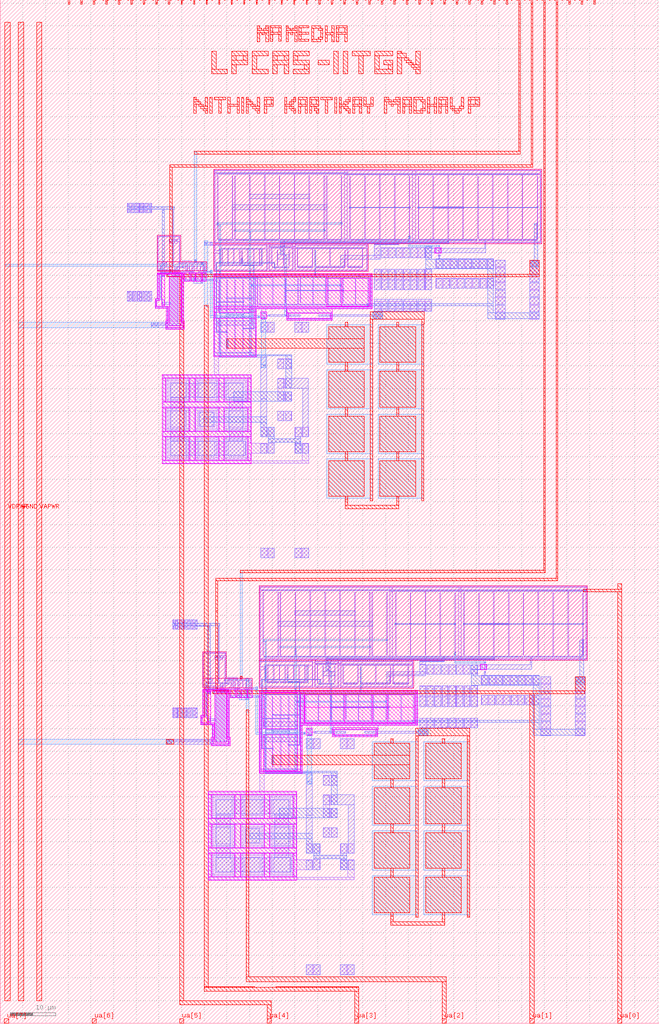
<source format=lef>
VERSION 5.7 ;
  NOWIREEXTENSIONATPIN ON ;
  DIVIDERCHAR "/" ;
  BUSBITCHARS "[]" ;
MACRO tt_um_LPCAS_TP1
  CLASS BLOCK ;
  FOREIGN tt_um_LPCAS_TP1 ;
  ORIGIN 0.000 0.000 ;
  SIZE 145.360 BY 225.760 ;
  PIN clk
    PORT
      LAYER met4 ;
        RECT 128.190 224.760 128.490 225.760 ;
    END
  END clk
  PIN ena
    PORT
      LAYER met4 ;
        RECT 130.950 224.760 131.250 225.760 ;
    END
  END ena
  PIN rst_n
    PORT
      LAYER met4 ;
        RECT 125.430 224.760 125.730 225.760 ;
    END
  END rst_n
  PIN ua[0]
    ANTENNAGATEAREA 32.250000 ;
    ANTENNADIFFAREA 117.460548 ;
    PORT
      LAYER met4 ;
        RECT 136.170 0.000 137.070 1.000 ;
    END
  END ua[0]
  PIN ua[1]
    ANTENNAGATEAREA 7.500000 ;
    ANTENNADIFFAREA 10.934999 ;
    PORT
      LAYER met4 ;
        RECT 116.850 0.000 117.750 1.000 ;
    END
  END ua[1]
  PIN ua[2]
    ANTENNADIFFAREA 7.542800 ;
    PORT
      LAYER met4 ;
        RECT 97.530 0.000 98.430 1.000 ;
    END
  END ua[2]
  PIN ua[3]
    ANTENNAGATEAREA 32.250000 ;
    ANTENNADIFFAREA 117.460548 ;
    PORT
      LAYER met4 ;
        RECT 78.210 0.000 79.110 1.000 ;
    END
  END ua[3]
  PIN ua[4]
    ANTENNAGATEAREA 7.500000 ;
    ANTENNADIFFAREA 10.934999 ;
    PORT
      LAYER met4 ;
        RECT 58.890 0.000 59.790 1.000 ;
    END
  END ua[4]
  PIN ua[5]
    PORT
      LAYER met4 ;
        RECT 39.570 0.000 40.470 1.000 ;
    END
  END ua[5]
  PIN ua[6]
    PORT
      LAYER met4 ;
        RECT 20.250 0.000 21.150 1.000 ;
    END
  END ua[6]
  PIN ua[7]
    PORT
      LAYER met4 ;
        RECT 0.930 0.000 1.830 1.000 ;
    END
  END ua[7]
  PIN ui_in[0]
    ANTENNAGATEAREA 2.950000 ;
    PORT
      LAYER met4 ;
        RECT 122.670 224.760 122.970 225.760 ;
    END
  END ui_in[0]
  PIN ui_in[1]
    ANTENNAGATEAREA 0.300000 ;
    PORT
      LAYER met4 ;
        RECT 119.910 224.760 120.210 225.760 ;
    END
  END ui_in[1]
  PIN ui_in[2]
    ANTENNAGATEAREA 2.950000 ;
    PORT
      LAYER met4 ;
        RECT 117.150 224.760 117.450 225.760 ;
    END
  END ui_in[2]
  PIN ui_in[3]
    ANTENNAGATEAREA 0.300000 ;
    PORT
      LAYER met4 ;
        RECT 114.390 224.760 114.690 225.760 ;
    END
  END ui_in[3]
  PIN ui_in[4]
    PORT
      LAYER met4 ;
        RECT 111.630 224.760 111.930 225.760 ;
    END
  END ui_in[4]
  PIN ui_in[5]
    PORT
      LAYER met4 ;
        RECT 108.870 224.760 109.170 225.760 ;
    END
  END ui_in[5]
  PIN ui_in[6]
    PORT
      LAYER met4 ;
        RECT 106.110 224.760 106.410 225.760 ;
    END
  END ui_in[6]
  PIN ui_in[7]
    PORT
      LAYER met4 ;
        RECT 103.350 224.760 103.650 225.760 ;
    END
  END ui_in[7]
  PIN uio_in[0]
    PORT
      LAYER met4 ;
        RECT 100.590 224.760 100.890 225.760 ;
    END
  END uio_in[0]
  PIN uio_in[1]
    PORT
      LAYER met4 ;
        RECT 97.830 224.760 98.130 225.760 ;
    END
  END uio_in[1]
  PIN uio_in[2]
    PORT
      LAYER met4 ;
        RECT 95.070 224.760 95.370 225.760 ;
    END
  END uio_in[2]
  PIN uio_in[3]
    PORT
      LAYER met4 ;
        RECT 92.310 224.760 92.610 225.760 ;
    END
  END uio_in[3]
  PIN uio_in[4]
    PORT
      LAYER met4 ;
        RECT 89.550 224.760 89.850 225.760 ;
    END
  END uio_in[4]
  PIN uio_in[5]
    PORT
      LAYER met4 ;
        RECT 86.790 224.760 87.090 225.760 ;
    END
  END uio_in[5]
  PIN uio_in[6]
    PORT
      LAYER met4 ;
        RECT 84.030 224.760 84.330 225.760 ;
    END
  END uio_in[6]
  PIN uio_in[7]
    PORT
      LAYER met4 ;
        RECT 81.270 224.760 81.570 225.760 ;
    END
  END uio_in[7]
  PIN uio_oe[0]
    PORT
      LAYER met4 ;
        RECT 34.350 224.760 34.650 225.760 ;
    END
  END uio_oe[0]
  PIN uio_oe[1]
    PORT
      LAYER met4 ;
        RECT 31.590 224.760 31.890 225.760 ;
    END
  END uio_oe[1]
  PIN uio_oe[2]
    PORT
      LAYER met4 ;
        RECT 28.830 224.760 29.130 225.760 ;
    END
  END uio_oe[2]
  PIN uio_oe[3]
    PORT
      LAYER met4 ;
        RECT 26.070 224.760 26.370 225.760 ;
    END
  END uio_oe[3]
  PIN uio_oe[4]
    PORT
      LAYER met4 ;
        RECT 23.310 224.760 23.610 225.760 ;
    END
  END uio_oe[4]
  PIN uio_oe[5]
    PORT
      LAYER met4 ;
        RECT 20.550 224.760 20.850 225.760 ;
    END
  END uio_oe[5]
  PIN uio_oe[6]
    PORT
      LAYER met4 ;
        RECT 17.790 224.760 18.090 225.760 ;
    END
  END uio_oe[6]
  PIN uio_oe[7]
    PORT
      LAYER met4 ;
        RECT 15.030 224.760 15.330 225.760 ;
    END
  END uio_oe[7]
  PIN uio_out[0]
    PORT
      LAYER met4 ;
        RECT 56.430 224.760 56.730 225.760 ;
    END
  END uio_out[0]
  PIN uio_out[1]
    PORT
      LAYER met4 ;
        RECT 53.670 224.760 53.970 225.760 ;
    END
  END uio_out[1]
  PIN uio_out[2]
    PORT
      LAYER met4 ;
        RECT 50.910 224.760 51.210 225.760 ;
    END
  END uio_out[2]
  PIN uio_out[3]
    PORT
      LAYER met4 ;
        RECT 48.150 224.760 48.450 225.760 ;
    END
  END uio_out[3]
  PIN uio_out[4]
    PORT
      LAYER met4 ;
        RECT 45.390 224.760 45.690 225.760 ;
    END
  END uio_out[4]
  PIN uio_out[5]
    PORT
      LAYER met4 ;
        RECT 42.630 224.760 42.930 225.760 ;
    END
  END uio_out[5]
  PIN uio_out[6]
    PORT
      LAYER met4 ;
        RECT 39.870 224.760 40.170 225.760 ;
    END
  END uio_out[6]
  PIN uio_out[7]
    PORT
      LAYER met4 ;
        RECT 37.110 224.760 37.410 225.760 ;
    END
  END uio_out[7]
  PIN uo_out[0]
    PORT
      LAYER met4 ;
        RECT 78.510 224.760 78.810 225.760 ;
    END
  END uo_out[0]
  PIN uo_out[1]
    PORT
      LAYER met4 ;
        RECT 75.750 224.760 76.050 225.760 ;
    END
  END uo_out[1]
  PIN uo_out[2]
    PORT
      LAYER met4 ;
        RECT 72.990 224.760 73.290 225.760 ;
    END
  END uo_out[2]
  PIN uo_out[3]
    PORT
      LAYER met4 ;
        RECT 70.230 224.760 70.530 225.760 ;
    END
  END uo_out[3]
  PIN uo_out[4]
    PORT
      LAYER met4 ;
        RECT 67.470 224.760 67.770 225.760 ;
    END
  END uo_out[4]
  PIN uo_out[5]
    PORT
      LAYER met4 ;
        RECT 64.710 224.760 65.010 225.760 ;
    END
  END uo_out[5]
  PIN uo_out[6]
    PORT
      LAYER met4 ;
        RECT 61.950 224.760 62.250 225.760 ;
    END
  END uo_out[6]
  PIN uo_out[7]
    PORT
      LAYER met4 ;
        RECT 59.190 224.760 59.490 225.760 ;
    END
  END uo_out[7]
  PIN VDPWR
    DIRECTION INOUT ;
    USE POWER ;
    ANTENNADIFFAREA 7.542800 ;
    PORT
      LAYER met4 ;
        RECT 1.000 5.000 2.200 220.760 ;
    END
  END VDPWR
  PIN VGND
    USE GROUND ;
    PORT
      LAYER met4 ;
        RECT 4.000 5.000 5.200 220.760 ;
    END
  END VGND
  PIN VAPWR
    DIRECTION INOUT ;
    USE POWER ;
    PORT
      LAYER met4 ;
        RECT 8.000 5.000 9.200 220.760 ;
    END
  END VAPWR
  OBS
      LAYER nwell ;
        RECT 34.580 167.925 39.810 173.790 ;
        RECT 47.045 171.940 119.455 188.360 ;
        RECT 34.580 165.935 45.535 167.925 ;
        RECT 34.580 165.925 39.810 165.935 ;
        RECT 47.045 165.820 81.145 171.940 ;
      LAYER pwell ;
        RECT 95.800 169.835 97.300 171.095 ;
        RECT 38.060 165.590 39.750 165.620 ;
        RECT 34.630 165.330 40.310 165.590 ;
        RECT 34.630 165.160 40.490 165.330 ;
        RECT 34.630 159.790 35.060 165.160 ;
        RECT 34.140 159.360 35.060 159.790 ;
        RECT 34.140 158.125 34.570 159.360 ;
        RECT 35.580 158.420 36.340 165.010 ;
        RECT 39.880 164.900 40.490 165.160 ;
        RECT 34.140 157.695 37.100 158.125 ;
        RECT 36.670 154.970 37.100 157.695 ;
        RECT 36.525 154.540 37.100 154.970 ;
        RECT 36.525 153.545 36.955 154.540 ;
        RECT 37.250 153.840 39.910 164.740 ;
        RECT 40.060 154.970 40.490 164.900 ;
        RECT 40.640 163.685 41.940 165.585 ;
        RECT 42.110 163.685 43.050 165.585 ;
        RECT 43.080 163.685 44.450 165.585 ;
        RECT 44.545 163.685 45.485 165.585 ;
        RECT 47.040 164.890 82.010 165.320 ;
        RECT 47.040 158.060 72.020 164.890 ;
        RECT 72.030 161.610 75.320 164.370 ;
        RECT 75.340 161.610 81.410 164.370 ;
        RECT 72.030 158.200 75.320 161.600 ;
        RECT 75.340 158.200 81.410 161.600 ;
        RECT 81.580 158.060 82.010 164.890 ;
        RECT 47.040 157.630 82.010 158.060 ;
        RECT 47.040 156.840 56.510 157.630 ;
        RECT 47.040 155.530 47.470 156.840 ;
        RECT 56.080 155.530 56.510 156.840 ;
        RECT 40.060 154.540 40.635 154.970 ;
        RECT 40.205 153.545 40.635 154.540 ;
        RECT 36.525 153.115 40.635 153.545 ;
        RECT 47.040 147.050 56.510 155.530 ;
        RECT 57.480 155.395 58.740 156.895 ;
        RECT 63.210 156.600 73.230 157.630 ;
        RECT 63.210 155.550 63.640 156.600 ;
        RECT 72.800 155.550 73.230 156.600 ;
        RECT 63.210 155.120 73.230 155.550 ;
        RECT 35.780 142.245 55.360 143.010 ;
        RECT 35.780 137.075 36.545 142.245 ;
        RECT 41.715 137.075 42.985 142.245 ;
        RECT 48.155 137.075 49.425 142.245 ;
        RECT 54.595 137.075 55.360 142.245 ;
        RECT 35.780 135.805 55.360 137.075 ;
        RECT 35.780 130.635 36.545 135.805 ;
        RECT 41.715 130.635 42.985 135.805 ;
        RECT 48.155 130.635 49.425 135.805 ;
        RECT 54.595 130.635 55.360 135.805 ;
        RECT 35.780 129.365 55.360 130.635 ;
        RECT 35.780 124.195 36.545 129.365 ;
        RECT 41.715 124.195 42.985 129.365 ;
        RECT 48.155 124.195 49.425 129.365 ;
        RECT 54.595 124.195 55.360 129.365 ;
        RECT 35.780 123.430 55.360 124.195 ;
      LAYER nwell ;
        RECT 44.640 76.045 49.870 81.910 ;
        RECT 57.105 80.060 129.515 96.480 ;
        RECT 44.640 74.055 55.595 76.045 ;
        RECT 44.640 74.045 49.870 74.055 ;
        RECT 57.105 73.940 91.205 80.060 ;
      LAYER pwell ;
        RECT 105.860 77.955 107.360 79.215 ;
        RECT 48.120 73.710 49.810 73.740 ;
        RECT 44.690 73.450 50.370 73.710 ;
        RECT 44.690 73.280 50.550 73.450 ;
        RECT 44.690 67.910 45.120 73.280 ;
        RECT 44.200 67.480 45.120 67.910 ;
        RECT 44.200 66.245 44.630 67.480 ;
        RECT 45.640 66.540 46.400 73.130 ;
        RECT 49.940 73.020 50.550 73.280 ;
        RECT 44.200 65.815 47.160 66.245 ;
        RECT 46.730 63.090 47.160 65.815 ;
        RECT 46.585 62.660 47.160 63.090 ;
        RECT 46.585 61.665 47.015 62.660 ;
        RECT 47.310 61.960 49.970 72.860 ;
        RECT 50.120 63.090 50.550 73.020 ;
        RECT 50.700 71.805 52.000 73.705 ;
        RECT 52.170 71.805 53.110 73.705 ;
        RECT 53.140 71.805 54.510 73.705 ;
        RECT 54.605 71.805 55.545 73.705 ;
        RECT 57.100 73.010 92.070 73.440 ;
        RECT 50.120 62.660 50.695 63.090 ;
        RECT 50.265 61.665 50.695 62.660 ;
        RECT 46.585 61.235 50.695 61.665 ;
        RECT 57.100 55.600 57.530 73.010 ;
        RECT 58.035 64.960 65.665 72.860 ;
        RECT 66.140 66.180 67.010 73.010 ;
        RECT 67.140 69.730 75.990 72.490 ;
        RECT 76.010 69.730 82.080 72.490 ;
        RECT 82.090 69.730 85.380 72.490 ;
        RECT 85.400 69.730 91.470 72.490 ;
        RECT 67.140 66.320 75.990 69.720 ;
        RECT 76.010 66.320 82.080 69.720 ;
        RECT 82.090 66.320 85.380 69.720 ;
        RECT 85.400 66.320 91.470 69.720 ;
        RECT 91.640 66.180 92.070 73.010 ;
        RECT 66.140 65.750 92.070 66.180 ;
        RECT 58.035 55.750 65.665 63.650 ;
        RECT 66.140 55.600 66.570 65.750 ;
        RECT 67.540 63.515 68.800 65.015 ;
        RECT 73.270 64.720 83.290 65.150 ;
        RECT 73.270 63.670 73.700 64.720 ;
        RECT 82.860 63.670 83.290 64.720 ;
        RECT 73.270 63.240 83.290 63.670 ;
        RECT 57.100 55.170 66.570 55.600 ;
        RECT 45.840 50.365 65.420 51.130 ;
        RECT 45.840 45.195 46.605 50.365 ;
        RECT 51.775 45.195 53.045 50.365 ;
        RECT 58.215 45.195 59.485 50.365 ;
        RECT 64.655 45.195 65.420 50.365 ;
        RECT 45.840 43.925 65.420 45.195 ;
        RECT 45.840 38.755 46.605 43.925 ;
        RECT 51.775 38.755 53.045 43.925 ;
        RECT 58.215 38.755 59.485 43.925 ;
        RECT 64.655 38.755 65.420 43.925 ;
        RECT 45.840 37.485 65.420 38.755 ;
        RECT 45.840 32.315 46.605 37.485 ;
        RECT 51.775 32.315 53.045 37.485 ;
        RECT 58.215 32.315 59.485 37.485 ;
        RECT 64.655 32.315 65.420 37.485 ;
        RECT 45.840 31.550 65.420 32.315 ;
      LAYER li1 ;
        RECT 47.225 188.010 119.275 188.180 ;
        RECT 47.225 187.550 47.395 188.010 ;
        RECT 75.845 187.550 76.545 188.010 ;
        RECT 47.225 187.460 76.545 187.550 ;
        RECT 90.915 187.460 91.615 188.010 ;
        RECT 119.105 187.460 119.275 188.010 ;
        RECT 47.225 187.280 119.275 187.460 ;
        RECT 28.020 178.760 28.370 180.920 ;
        RECT 28.580 178.760 28.930 180.920 ;
        RECT 29.140 178.760 29.490 180.920 ;
        RECT 29.700 178.760 30.050 180.920 ;
        RECT 30.260 178.760 30.610 180.920 ;
        RECT 30.820 178.760 31.170 180.920 ;
        RECT 31.380 178.760 31.730 180.920 ;
        RECT 31.940 178.760 32.290 180.920 ;
        RECT 32.500 178.760 32.850 180.920 ;
        RECT 33.060 178.760 33.410 180.920 ;
        RECT 34.760 173.440 39.630 173.610 ;
        RECT 34.760 167.960 34.930 173.440 ;
        RECT 39.460 172.985 39.630 173.440 ;
        RECT 38.895 172.980 39.630 172.985 ;
        RECT 37.260 172.535 39.630 172.980 ;
        RECT 37.260 172.530 39.010 172.535 ;
        RECT 37.260 172.045 37.810 172.530 ;
        RECT 38.460 172.045 39.010 172.530 ;
        RECT 34.760 167.680 36.710 167.960 ;
        RECT 34.760 166.275 34.930 167.680 ;
        RECT 35.270 166.900 35.500 167.230 ;
        RECT 35.710 167.195 36.710 167.680 ;
        RECT 38.020 166.935 38.250 171.990 ;
        RECT 39.460 167.685 39.630 172.535 ;
        RECT 47.225 172.290 47.395 187.280 ;
        RECT 47.885 173.070 48.055 186.930 ;
        RECT 51.165 173.070 51.335 186.930 ;
        RECT 51.695 174.985 51.865 186.930 ;
        RECT 54.975 182.900 55.145 186.930 ;
        RECT 58.250 186.910 58.430 187.280 ;
        RECT 54.975 181.850 55.150 182.900 ;
        RECT 51.695 174.815 51.875 174.985 ;
        RECT 51.695 173.070 51.865 174.815 ;
        RECT 54.975 173.070 55.145 181.850 ;
        RECT 58.255 173.070 58.425 186.910 ;
        RECT 61.535 173.070 61.705 186.930 ;
        RECT 64.810 186.900 64.990 187.280 ;
        RECT 75.845 187.190 119.275 187.280 ;
        RECT 64.815 173.070 64.985 186.900 ;
        RECT 68.095 182.900 68.265 186.930 ;
        RECT 68.090 181.850 68.265 182.900 ;
        RECT 68.095 173.070 68.265 181.850 ;
        RECT 71.375 174.985 71.545 186.930 ;
        RECT 71.365 174.815 71.545 174.985 ;
        RECT 71.375 173.070 71.545 174.815 ;
        RECT 71.905 173.070 72.075 186.930 ;
        RECT 75.185 173.070 75.355 186.930 ;
        RECT 48.110 172.630 51.110 172.860 ;
        RECT 51.920 172.630 54.920 172.860 ;
        RECT 55.200 172.630 58.200 172.860 ;
        RECT 58.480 172.630 61.480 172.860 ;
        RECT 61.760 172.630 64.760 172.860 ;
        RECT 65.040 172.630 68.040 172.860 ;
        RECT 68.320 172.630 71.320 172.860 ;
        RECT 72.130 172.630 75.130 172.860 ;
        RECT 75.845 172.290 76.545 187.190 ;
        RECT 77.085 173.070 77.255 186.840 ;
        RECT 80.365 173.070 80.535 186.840 ;
        RECT 83.640 186.820 83.820 187.190 ;
        RECT 83.645 173.070 83.815 186.820 ;
        RECT 86.925 173.070 87.095 186.840 ;
        RECT 90.205 173.070 90.375 186.840 ;
        RECT 77.310 172.630 80.310 172.860 ;
        RECT 80.590 172.630 83.590 172.860 ;
        RECT 83.870 172.630 86.870 172.860 ;
        RECT 87.150 172.630 90.150 172.860 ;
        RECT 90.915 172.290 91.615 187.190 ;
        RECT 92.155 173.070 92.325 186.840 ;
        RECT 95.435 173.070 95.605 186.840 ;
        RECT 98.715 173.070 98.885 187.190 ;
        RECT 101.995 173.070 102.165 186.840 ;
        RECT 105.275 173.070 105.445 186.840 ;
        RECT 108.550 186.790 108.730 187.190 ;
        RECT 108.555 173.070 108.725 186.790 ;
        RECT 111.835 172.860 112.005 186.840 ;
        RECT 115.110 186.770 115.290 187.190 ;
        RECT 115.115 173.070 115.285 186.770 ;
        RECT 118.395 173.070 118.565 186.840 ;
        RECT 92.380 172.630 95.380 172.860 ;
        RECT 95.660 172.630 98.660 172.860 ;
        RECT 98.940 172.630 101.940 172.860 ;
        RECT 102.220 172.630 105.220 172.860 ;
        RECT 105.500 172.630 108.500 172.860 ;
        RECT 108.780 172.630 115.060 172.860 ;
        RECT 115.340 172.630 118.340 172.860 ;
        RECT 119.105 172.290 119.275 187.190 ;
        RECT 47.225 172.200 119.275 172.290 ;
        RECT 46.330 172.120 119.275 172.200 ;
        RECT 46.330 171.760 47.520 172.120 ;
        RECT 58.460 171.760 58.750 172.120 ;
        RECT 46.330 171.610 58.905 171.760 ;
        RECT 59.270 171.750 59.560 172.120 ;
        RECT 64.250 171.750 64.600 172.120 ;
        RECT 64.960 171.755 65.310 172.120 ;
        RECT 80.500 171.760 80.960 172.120 ;
        RECT 76.015 171.755 80.965 171.760 ;
        RECT 47.225 171.590 58.905 171.610 ;
        RECT 47.225 170.490 47.395 171.590 ;
        RECT 58.735 170.940 58.905 171.590 ;
        RECT 56.870 170.935 58.905 170.940 ;
        RECT 48.875 170.705 51.605 170.935 ;
        RECT 48.285 170.490 48.555 170.495 ;
        RECT 47.225 169.860 48.555 170.490 ;
        RECT 40.170 167.920 42.190 168.220 ;
        RECT 42.915 167.955 43.295 168.315 ;
        RECT 39.410 167.515 39.680 167.685 ;
        RECT 35.710 166.765 38.250 166.935 ;
        RECT 38.460 166.765 39.010 166.935 ;
        RECT 39.460 166.275 39.630 167.515 ;
        RECT 40.170 166.700 40.470 167.920 ;
        RECT 40.780 167.465 41.870 167.735 ;
        RECT 42.250 167.465 42.910 167.735 ;
        RECT 43.290 167.465 44.310 167.735 ;
        RECT 44.685 167.465 45.345 167.735 ;
        RECT 34.760 166.105 39.630 166.275 ;
        RECT 37.570 165.880 37.810 165.890 ;
        RECT 40.370 165.880 40.610 165.970 ;
        RECT 37.570 165.660 40.610 165.880 ;
        RECT 40.810 165.915 40.980 167.115 ;
        RECT 41.240 166.115 41.410 167.465 ;
        RECT 41.670 165.930 41.840 167.115 ;
        RECT 42.280 166.115 42.450 167.465 ;
        RECT 41.670 165.915 42.530 165.930 ;
        RECT 40.810 165.745 42.530 165.915 ;
        RECT 37.570 165.650 37.810 165.660 ;
        RECT 40.370 165.580 40.610 165.660 ;
        RECT 41.670 165.630 42.530 165.745 ;
        RECT 38.190 165.460 39.620 165.490 ;
        RECT 34.760 165.320 40.180 165.460 ;
        RECT 41.670 165.455 41.840 165.630 ;
        RECT 34.760 165.290 38.360 165.320 ;
        RECT 39.450 165.290 40.180 165.320 ;
        RECT 28.020 159.260 28.370 161.420 ;
        RECT 28.580 159.260 28.930 161.420 ;
        RECT 29.140 159.260 29.490 161.420 ;
        RECT 29.700 159.260 30.050 161.420 ;
        RECT 30.260 159.260 30.610 161.420 ;
        RECT 30.820 159.260 31.170 161.420 ;
        RECT 31.380 159.260 31.730 161.420 ;
        RECT 31.940 159.260 32.290 161.420 ;
        RECT 32.500 159.260 32.850 161.420 ;
        RECT 33.060 159.260 33.410 161.420 ;
        RECT 34.760 159.660 34.930 165.290 ;
        RECT 40.010 165.200 40.180 165.290 ;
        RECT 35.710 164.670 36.210 164.840 ;
        RECT 36.830 164.670 37.230 165.120 ;
        RECT 40.010 165.030 40.360 165.200 ;
        RECT 37.850 164.850 39.740 165.020 ;
        RECT 34.270 159.490 34.930 159.660 ;
        RECT 35.270 159.615 35.500 164.615 ;
        RECT 34.270 157.995 34.440 159.490 ;
        RECT 35.710 157.995 36.210 159.560 ;
        RECT 34.270 157.825 36.970 157.995 ;
        RECT 36.800 154.840 36.970 157.825 ;
        RECT 36.655 154.670 36.970 154.840 ;
        RECT 36.655 154.250 36.825 154.670 ;
        RECT 37.420 154.250 37.590 164.610 ;
        RECT 37.850 154.610 38.020 164.850 ;
        RECT 38.280 154.250 38.450 164.610 ;
        RECT 38.710 154.610 38.880 164.850 ;
        RECT 39.140 154.250 39.310 164.610 ;
        RECT 39.570 154.610 39.740 164.850 ;
        RECT 40.190 164.110 40.360 165.030 ;
        RECT 40.810 164.110 40.980 165.455 ;
        RECT 41.600 165.285 41.840 165.455 ;
        RECT 41.600 164.455 41.770 165.285 ;
        RECT 42.280 164.110 42.450 165.455 ;
        RECT 42.710 164.800 42.880 167.115 ;
        RECT 43.320 166.115 43.490 167.465 ;
        RECT 44.720 167.180 44.890 167.465 ;
        RECT 44.110 165.930 44.280 167.115 ;
        RECT 44.700 167.010 44.890 167.180 ;
        RECT 44.715 166.115 44.885 167.010 ;
        RECT 44.110 165.870 44.940 165.930 ;
        RECT 43.680 165.630 44.940 165.870 ;
        RECT 45.145 165.920 45.315 167.115 ;
        RECT 47.225 166.170 47.395 169.860 ;
        RECT 48.285 167.495 48.555 169.860 ;
        RECT 48.875 167.285 49.045 170.705 ;
        RECT 50.155 167.285 50.325 170.705 ;
        RECT 51.435 167.495 51.605 170.705 ;
        RECT 54.525 170.705 58.905 170.935 ;
        RECT 52.715 167.285 52.885 170.495 ;
        RECT 53.245 167.495 53.415 170.495 ;
        RECT 54.525 167.495 54.695 170.705 ;
        RECT 55.805 167.495 55.975 170.705 ;
        RECT 56.870 170.700 58.905 170.705 ;
        RECT 57.085 167.285 57.255 170.700 ;
        RECT 57.575 167.495 57.845 170.495 ;
        RECT 48.875 167.055 51.380 167.285 ;
        RECT 51.660 167.055 52.885 167.285 ;
        RECT 53.470 167.055 54.470 167.285 ;
        RECT 54.750 167.055 55.750 167.285 ;
        RECT 56.030 167.055 57.255 167.285 ;
        RECT 58.735 166.170 58.905 170.700 ;
        RECT 47.225 166.000 58.905 166.170 ;
        RECT 59.265 171.670 64.600 171.750 ;
        RECT 59.265 171.580 64.595 171.670 ;
        RECT 59.265 171.240 59.435 171.580 ;
        RECT 64.425 171.240 64.595 171.580 ;
        RECT 64.955 171.590 80.965 171.755 ;
        RECT 64.955 171.585 76.185 171.590 ;
        RECT 64.955 171.240 65.125 171.585 ;
        RECT 59.265 171.150 65.130 171.240 ;
        RECT 80.795 171.150 80.965 171.590 ;
        RECT 96.745 171.290 96.915 171.620 ;
        RECT 59.265 170.970 80.965 171.150 ;
        RECT 59.265 166.170 59.435 170.970 ;
        RECT 59.815 167.070 59.985 170.970 ;
        RECT 61.095 167.070 61.265 170.620 ;
        RECT 62.375 167.070 62.545 170.970 ;
        RECT 64.370 170.880 80.965 170.970 ;
        RECT 63.655 167.070 63.825 170.620 ;
        RECT 60.040 166.630 61.040 166.860 ;
        RECT 61.320 166.630 62.320 166.860 ;
        RECT 62.600 166.630 63.600 166.860 ;
        RECT 64.425 166.170 64.595 170.880 ;
        RECT 59.265 166.000 64.595 166.170 ;
        RECT 64.955 166.170 65.125 170.880 ;
        RECT 65.485 166.945 65.655 170.880 ;
        RECT 68.765 166.945 68.935 170.880 ;
        RECT 69.375 167.155 69.545 170.530 ;
        RECT 72.655 167.155 72.825 170.880 ;
        RECT 75.935 166.945 76.105 170.530 ;
        RECT 65.485 166.715 68.935 166.945 ;
        RECT 69.600 166.715 72.600 166.945 ;
        RECT 72.880 166.715 76.105 166.945 ;
        RECT 76.545 166.945 76.715 170.880 ;
        RECT 79.825 166.945 79.995 170.880 ;
        RECT 76.545 166.715 79.995 166.945 ;
        RECT 80.795 166.170 80.965 170.880 ;
        RECT 82.450 168.840 83.860 171.000 ;
        RECT 84.070 168.840 85.480 171.000 ;
        RECT 85.690 168.840 87.100 171.000 ;
        RECT 87.310 168.840 88.720 171.000 ;
        RECT 88.930 168.840 90.340 171.000 ;
        RECT 90.550 168.850 91.960 171.010 ;
        RECT 92.170 168.850 93.580 171.010 ;
        RECT 93.790 168.850 95.200 171.010 ;
        RECT 95.940 169.965 96.700 170.965 ;
        RECT 96.960 169.965 97.130 170.965 ;
        RECT 96.650 169.150 97.000 169.510 ;
        RECT 96.090 166.480 97.500 168.640 ;
        RECT 97.710 166.480 99.120 168.640 ;
        RECT 99.330 166.480 100.740 168.640 ;
        RECT 100.950 166.480 102.360 168.640 ;
        RECT 102.570 166.480 103.980 168.640 ;
        RECT 104.190 166.480 105.600 168.640 ;
        RECT 105.810 166.480 107.220 168.640 ;
        RECT 107.430 166.480 108.840 168.640 ;
        RECT 109.180 166.880 111.340 168.290 ;
        RECT 116.780 166.880 118.940 168.290 ;
        RECT 64.955 166.000 80.965 166.170 ;
        RECT 42.650 164.470 42.950 164.800 ;
        RECT 42.710 164.455 42.880 164.470 ;
        RECT 43.250 164.110 43.420 165.455 ;
        RECT 43.680 164.455 43.850 165.630 ;
        RECT 45.145 165.600 45.730 165.920 ;
        RECT 44.110 164.110 44.280 165.455 ;
        RECT 44.715 164.110 44.885 165.455 ;
        RECT 45.145 164.455 45.315 165.600 ;
        RECT 47.170 165.020 81.880 165.190 ;
        RECT 47.170 164.600 47.340 165.020 ;
        RECT 47.170 164.330 55.465 164.600 ;
        RECT 47.170 164.110 47.340 164.330 ;
        RECT 40.190 163.810 47.340 164.110 ;
        RECT 40.190 154.840 40.360 163.810 ;
        RECT 44.350 163.280 44.690 163.630 ;
        RECT 40.190 154.670 40.505 154.840 ;
        RECT 40.335 154.250 40.505 154.670 ;
        RECT 36.655 153.980 40.505 154.250 ;
        RECT 36.655 153.415 36.825 153.980 ;
        RECT 40.335 153.415 40.505 153.980 ;
        RECT 36.655 153.245 40.505 153.415 ;
        RECT 47.170 148.040 47.340 163.810 ;
        RECT 48.145 156.970 48.315 163.970 ;
        RECT 49.925 156.970 50.095 163.970 ;
        RECT 51.705 156.970 51.875 163.970 ;
        RECT 53.485 156.970 53.655 163.970 ;
        RECT 55.265 162.950 55.435 163.970 ;
        RECT 55.265 162.650 55.690 162.950 ;
        RECT 55.265 156.970 55.435 162.650 ;
        RECT 56.210 157.930 56.380 165.020 ;
        RECT 56.650 164.680 56.820 165.020 ;
        RECT 81.710 164.680 81.880 165.020 ;
        RECT 56.630 164.450 59.975 164.680 ;
        RECT 60.255 164.450 62.755 164.680 ;
        RECT 63.035 164.450 65.535 164.680 ;
        RECT 66.120 164.450 68.845 164.680 ;
        RECT 69.125 164.450 71.955 164.680 ;
        RECT 72.425 164.450 74.925 164.680 ;
        RECT 75.735 164.450 78.235 164.680 ;
        RECT 78.515 164.450 81.880 164.680 ;
        RECT 56.650 158.610 56.820 164.450 ;
        RECT 57.250 158.610 57.420 164.450 ;
        RECT 60.030 158.610 60.200 164.240 ;
        RECT 62.810 158.970 62.980 164.240 ;
        RECT 65.590 158.610 65.760 164.240 ;
        RECT 66.120 158.970 66.290 164.450 ;
        RECT 68.900 158.610 69.070 164.240 ;
        RECT 71.680 158.970 71.850 164.450 ;
        RECT 72.200 158.610 72.370 164.240 ;
        RECT 74.980 158.970 75.150 164.240 ;
        RECT 75.510 158.970 75.680 164.240 ;
        RECT 78.290 158.610 78.460 164.240 ;
        RECT 81.070 158.610 81.240 164.450 ;
        RECT 81.710 158.610 81.880 164.450 ;
        RECT 82.450 164.150 83.860 166.310 ;
        RECT 84.070 164.150 85.480 166.310 ;
        RECT 85.690 164.150 87.100 166.310 ;
        RECT 87.310 164.150 88.720 166.310 ;
        RECT 88.930 164.150 90.340 166.310 ;
        RECT 90.550 164.160 91.960 166.320 ;
        RECT 92.170 164.160 93.580 166.320 ;
        RECT 93.790 164.160 95.200 166.320 ;
        RECT 109.180 165.230 111.340 166.640 ;
        RECT 116.780 165.230 118.940 166.640 ;
        RECT 82.450 161.740 83.860 163.900 ;
        RECT 84.070 161.740 85.480 163.900 ;
        RECT 85.690 161.740 87.100 163.900 ;
        RECT 87.310 161.740 88.720 163.900 ;
        RECT 88.930 161.740 90.340 163.900 ;
        RECT 90.550 161.740 91.960 163.900 ;
        RECT 92.170 161.740 93.580 163.900 ;
        RECT 93.790 161.740 95.200 163.900 ;
        RECT 96.090 162.120 97.500 164.280 ;
        RECT 97.710 162.120 99.120 164.280 ;
        RECT 99.330 162.120 100.740 164.280 ;
        RECT 100.950 162.120 102.360 164.280 ;
        RECT 102.570 162.120 103.980 164.280 ;
        RECT 104.190 162.120 105.600 164.280 ;
        RECT 105.810 162.120 107.220 164.280 ;
        RECT 107.430 162.120 108.840 164.280 ;
        RECT 109.180 163.580 111.340 164.990 ;
        RECT 116.780 163.580 118.940 164.990 ;
        RECT 109.180 161.920 111.340 163.330 ;
        RECT 116.780 161.920 118.940 163.330 ;
        RECT 109.180 160.280 111.340 161.690 ;
        RECT 116.780 160.280 118.940 161.690 ;
        RECT 56.650 158.340 81.880 158.610 ;
        RECT 56.650 157.930 56.820 158.340 ;
        RECT 63.340 157.930 73.280 157.940 ;
        RECT 81.710 157.930 81.880 158.340 ;
        RECT 56.210 157.760 81.880 157.930 ;
        RECT 48.370 156.530 49.870 156.760 ;
        RECT 50.150 156.530 51.650 156.760 ;
        RECT 51.930 156.530 53.430 156.760 ;
        RECT 53.710 156.530 55.210 156.760 ;
        RECT 48.370 155.610 49.870 155.840 ;
        RECT 50.150 155.610 51.650 155.840 ;
        RECT 51.930 155.610 53.430 155.840 ;
        RECT 53.710 155.610 55.210 155.840 ;
        RECT 48.145 148.400 48.315 155.400 ;
        RECT 49.925 150.770 50.095 155.400 ;
        RECT 49.920 149.000 50.100 150.770 ;
        RECT 49.925 148.400 50.095 149.000 ;
        RECT 51.705 148.400 51.875 155.400 ;
        RECT 53.485 148.400 53.655 155.400 ;
        RECT 55.265 148.400 55.435 155.400 ;
        RECT 56.210 148.040 56.380 157.760 ;
        RECT 57.610 156.485 58.610 157.760 ;
        RECT 63.340 156.740 73.280 157.760 ;
        RECT 82.450 157.050 83.860 159.210 ;
        RECT 84.070 157.050 85.480 159.210 ;
        RECT 85.690 157.050 87.100 159.210 ;
        RECT 87.310 157.050 88.720 159.210 ;
        RECT 88.930 157.050 90.340 159.210 ;
        RECT 90.550 157.050 91.960 159.210 ;
        RECT 92.170 157.050 93.580 159.210 ;
        RECT 93.790 157.050 95.200 159.210 ;
        RECT 109.180 158.630 111.340 160.040 ;
        RECT 116.780 158.630 118.940 160.040 ;
        RECT 109.180 156.980 111.340 158.390 ;
        RECT 116.780 156.980 118.940 158.390 ;
        RECT 63.340 156.730 73.100 156.740 ;
        RECT 56.880 155.690 57.230 156.030 ;
        RECT 57.610 155.995 59.500 156.165 ;
        RECT 57.610 155.565 58.610 155.735 ;
        RECT 63.340 155.420 63.510 156.730 ;
        RECT 63.990 155.900 66.150 156.250 ;
        RECT 70.290 155.900 72.450 156.250 ;
        RECT 72.930 155.420 73.100 156.730 ;
        RECT 63.340 155.250 73.100 155.420 ;
        RECT 109.180 155.330 111.340 156.740 ;
        RECT 116.780 155.330 118.940 156.740 ;
        RECT 57.430 152.440 58.840 154.600 ;
        RECT 59.080 152.440 60.490 154.600 ;
        RECT 64.980 152.440 66.390 154.600 ;
        RECT 66.630 152.440 68.040 154.600 ;
        RECT 47.170 147.770 56.380 148.040 ;
        RECT 47.170 147.350 47.340 147.770 ;
        RECT 56.210 147.350 56.380 147.770 ;
        RECT 47.170 147.180 56.380 147.350 ;
        RECT 47.170 142.880 48.200 147.180 ;
        RECT 61.180 144.370 64.290 146.530 ;
        RECT 35.910 142.385 55.230 142.880 ;
        RECT 35.910 136.935 36.405 142.385 ;
        RECT 36.725 141.705 41.535 142.065 ;
        RECT 36.725 137.615 37.085 141.705 ;
        RECT 37.395 137.925 40.865 141.395 ;
        RECT 41.175 137.615 41.535 141.705 ;
        RECT 36.725 137.255 41.535 137.615 ;
        RECT 41.180 136.935 41.530 137.255 ;
        RECT 41.855 136.935 42.845 142.385 ;
        RECT 43.165 141.705 47.975 142.065 ;
        RECT 43.165 137.615 43.525 141.705 ;
        RECT 43.835 137.925 47.305 141.395 ;
        RECT 47.615 137.615 47.975 141.705 ;
        RECT 43.165 137.255 47.975 137.615 ;
        RECT 43.170 136.935 43.520 137.255 ;
        RECT 47.620 136.935 47.970 137.255 ;
        RECT 48.295 136.935 49.285 142.385 ;
        RECT 49.605 141.705 54.415 142.065 ;
        RECT 49.605 137.615 49.965 141.705 ;
        RECT 50.275 137.925 53.745 141.395 ;
        RECT 54.055 137.940 54.415 141.705 ;
        RECT 54.055 137.615 54.420 137.940 ;
        RECT 49.605 137.255 54.420 137.615 ;
        RECT 49.610 136.935 49.960 137.255 ;
        RECT 54.070 136.935 54.420 137.255 ;
        RECT 54.735 136.935 55.230 142.385 ;
        RECT 61.180 137.170 62.590 142.240 ;
        RECT 62.880 140.080 64.290 142.240 ;
        RECT 62.880 137.170 64.290 139.330 ;
        RECT 35.910 135.945 55.230 136.935 ;
        RECT 35.910 130.495 36.405 135.945 ;
        RECT 41.180 135.625 41.530 135.945 ;
        RECT 36.725 135.265 41.535 135.625 ;
        RECT 36.725 131.175 37.085 135.265 ;
        RECT 37.395 131.485 40.865 134.955 ;
        RECT 41.175 131.175 41.535 135.265 ;
        RECT 36.725 130.815 41.535 131.175 ;
        RECT 41.180 130.495 41.530 130.815 ;
        RECT 41.855 130.495 42.845 135.945 ;
        RECT 43.170 135.625 43.520 135.945 ;
        RECT 47.620 135.625 47.970 135.945 ;
        RECT 43.165 135.265 47.975 135.625 ;
        RECT 43.165 131.175 43.525 135.265 ;
        RECT 43.835 131.485 47.305 134.955 ;
        RECT 47.615 131.175 47.975 135.265 ;
        RECT 43.165 130.815 47.975 131.175 ;
        RECT 43.170 130.495 43.520 130.815 ;
        RECT 47.620 130.495 47.970 130.815 ;
        RECT 48.295 130.495 49.285 135.945 ;
        RECT 49.610 135.625 49.960 135.945 ;
        RECT 54.070 135.625 54.420 135.945 ;
        RECT 49.605 135.265 54.420 135.625 ;
        RECT 49.605 131.175 49.965 135.265 ;
        RECT 50.275 131.485 53.745 134.955 ;
        RECT 54.055 131.175 54.420 135.265 ;
        RECT 49.605 130.815 54.420 131.175 ;
        RECT 49.610 130.495 49.960 130.815 ;
        RECT 54.070 130.495 54.420 130.815 ;
        RECT 54.735 130.495 55.230 135.945 ;
        RECT 61.180 132.880 64.290 135.040 ;
        RECT 35.910 129.505 55.230 130.495 ;
        RECT 35.910 124.055 36.405 129.505 ;
        RECT 41.180 129.185 41.530 129.505 ;
        RECT 36.725 128.825 41.535 129.185 ;
        RECT 36.725 124.735 37.085 128.825 ;
        RECT 37.395 125.045 40.865 128.515 ;
        RECT 41.175 124.735 41.535 128.825 ;
        RECT 36.725 124.375 41.535 124.735 ;
        RECT 41.855 124.055 42.845 129.505 ;
        RECT 43.170 129.185 43.520 129.505 ;
        RECT 47.620 129.185 47.970 129.505 ;
        RECT 43.165 128.825 47.975 129.185 ;
        RECT 43.165 124.735 43.525 128.825 ;
        RECT 43.835 125.045 47.305 128.515 ;
        RECT 47.615 124.735 47.975 128.825 ;
        RECT 43.165 124.375 47.975 124.735 ;
        RECT 48.295 124.055 49.285 129.505 ;
        RECT 49.610 129.185 49.960 129.505 ;
        RECT 54.070 129.185 54.420 129.505 ;
        RECT 49.605 128.830 54.420 129.185 ;
        RECT 49.605 128.825 54.415 128.830 ;
        RECT 49.605 124.735 49.965 128.825 ;
        RECT 50.275 125.045 53.745 128.515 ;
        RECT 54.055 124.735 54.415 128.825 ;
        RECT 49.605 124.375 54.415 124.735 ;
        RECT 54.735 127.900 55.230 129.505 ;
        RECT 57.430 129.330 58.840 131.490 ;
        RECT 59.080 129.330 60.490 131.490 ;
        RECT 64.980 129.330 66.390 131.490 ;
        RECT 66.630 129.330 68.040 131.490 ;
        RECT 54.735 125.740 58.840 127.900 ;
        RECT 59.080 125.740 60.490 127.900 ;
        RECT 64.980 125.740 66.390 127.900 ;
        RECT 54.735 124.060 55.230 125.740 ;
        RECT 66.630 124.060 68.040 127.900 ;
        RECT 54.620 124.055 68.040 124.060 ;
        RECT 35.910 123.560 68.040 124.055 ;
        RECT 57.430 102.630 58.840 104.790 ;
        RECT 59.080 102.630 60.490 104.790 ;
        RECT 64.980 102.630 66.390 104.790 ;
        RECT 66.630 102.630 68.040 104.790 ;
        RECT 57.285 96.130 129.335 96.300 ;
        RECT 57.285 95.670 57.455 96.130 ;
        RECT 85.905 95.670 86.605 96.130 ;
        RECT 57.285 95.580 86.605 95.670 ;
        RECT 100.975 95.580 101.675 96.130 ;
        RECT 129.165 95.580 129.335 96.130 ;
        RECT 57.285 95.400 129.335 95.580 ;
        RECT 38.080 86.880 38.430 89.040 ;
        RECT 38.640 86.880 38.990 89.040 ;
        RECT 39.200 86.880 39.550 89.040 ;
        RECT 39.760 86.880 40.110 89.040 ;
        RECT 40.320 86.880 40.670 89.040 ;
        RECT 40.880 86.880 41.230 89.040 ;
        RECT 41.440 86.880 41.790 89.040 ;
        RECT 42.000 86.880 42.350 89.040 ;
        RECT 42.560 86.880 42.910 89.040 ;
        RECT 43.120 86.880 43.470 89.040 ;
        RECT 44.820 81.560 49.690 81.730 ;
        RECT 44.820 76.080 44.990 81.560 ;
        RECT 49.520 81.105 49.690 81.560 ;
        RECT 48.955 81.100 49.690 81.105 ;
        RECT 47.320 80.655 49.690 81.100 ;
        RECT 47.320 80.650 49.070 80.655 ;
        RECT 47.320 80.165 47.870 80.650 ;
        RECT 48.520 80.165 49.070 80.650 ;
        RECT 44.820 75.800 46.770 76.080 ;
        RECT 44.820 74.395 44.990 75.800 ;
        RECT 45.330 75.020 45.560 75.350 ;
        RECT 45.770 75.315 46.770 75.800 ;
        RECT 48.080 75.055 48.310 80.110 ;
        RECT 49.520 75.805 49.690 80.655 ;
        RECT 57.285 80.410 57.455 95.400 ;
        RECT 57.945 81.190 58.115 95.050 ;
        RECT 61.225 81.190 61.395 95.050 ;
        RECT 61.755 83.105 61.925 95.050 ;
        RECT 65.035 91.020 65.205 95.050 ;
        RECT 68.310 95.030 68.490 95.400 ;
        RECT 65.035 89.970 65.210 91.020 ;
        RECT 61.755 82.935 61.935 83.105 ;
        RECT 61.755 81.190 61.925 82.935 ;
        RECT 65.035 81.190 65.205 89.970 ;
        RECT 68.315 81.190 68.485 95.030 ;
        RECT 71.595 81.190 71.765 95.050 ;
        RECT 74.870 95.020 75.050 95.400 ;
        RECT 85.905 95.310 129.335 95.400 ;
        RECT 74.875 81.190 75.045 95.020 ;
        RECT 78.155 91.020 78.325 95.050 ;
        RECT 78.150 89.970 78.325 91.020 ;
        RECT 78.155 81.190 78.325 89.970 ;
        RECT 81.435 83.105 81.605 95.050 ;
        RECT 81.425 82.935 81.605 83.105 ;
        RECT 81.435 81.190 81.605 82.935 ;
        RECT 81.965 81.190 82.135 95.050 ;
        RECT 85.245 81.190 85.415 95.050 ;
        RECT 58.170 80.750 61.170 80.980 ;
        RECT 61.980 80.750 64.980 80.980 ;
        RECT 65.260 80.750 68.260 80.980 ;
        RECT 68.540 80.750 71.540 80.980 ;
        RECT 71.820 80.750 74.820 80.980 ;
        RECT 75.100 80.750 78.100 80.980 ;
        RECT 78.380 80.750 81.380 80.980 ;
        RECT 82.190 80.750 85.190 80.980 ;
        RECT 85.905 80.410 86.605 95.310 ;
        RECT 87.145 81.190 87.315 94.960 ;
        RECT 90.425 81.190 90.595 94.960 ;
        RECT 93.700 94.940 93.880 95.310 ;
        RECT 93.705 81.190 93.875 94.940 ;
        RECT 96.985 81.190 97.155 94.960 ;
        RECT 100.265 81.190 100.435 94.960 ;
        RECT 87.370 80.750 90.370 80.980 ;
        RECT 90.650 80.750 93.650 80.980 ;
        RECT 93.930 80.750 96.930 80.980 ;
        RECT 97.210 80.750 100.210 80.980 ;
        RECT 100.975 80.410 101.675 95.310 ;
        RECT 102.215 81.190 102.385 94.960 ;
        RECT 105.495 81.190 105.665 94.960 ;
        RECT 108.775 81.190 108.945 95.310 ;
        RECT 112.055 81.190 112.225 94.960 ;
        RECT 115.335 81.190 115.505 94.960 ;
        RECT 118.610 94.910 118.790 95.310 ;
        RECT 118.615 81.190 118.785 94.910 ;
        RECT 121.895 80.980 122.065 94.960 ;
        RECT 125.170 94.890 125.350 95.310 ;
        RECT 125.175 81.190 125.345 94.890 ;
        RECT 128.455 81.190 128.625 94.960 ;
        RECT 102.440 80.750 105.440 80.980 ;
        RECT 105.720 80.750 108.720 80.980 ;
        RECT 109.000 80.750 112.000 80.980 ;
        RECT 112.280 80.750 115.280 80.980 ;
        RECT 115.560 80.750 118.560 80.980 ;
        RECT 118.840 80.750 125.120 80.980 ;
        RECT 125.400 80.750 128.400 80.980 ;
        RECT 129.165 80.410 129.335 95.310 ;
        RECT 57.285 80.240 129.335 80.410 ;
        RECT 57.290 79.880 57.580 80.240 ;
        RECT 68.520 79.880 68.810 80.240 ;
        RECT 57.285 79.710 68.965 79.880 ;
        RECT 69.330 79.870 69.620 80.240 ;
        RECT 74.310 79.870 74.660 80.240 ;
        RECT 75.020 79.875 75.370 80.240 ;
        RECT 90.560 79.880 91.020 80.240 ;
        RECT 86.075 79.875 91.025 79.880 ;
        RECT 57.285 78.610 57.455 79.710 ;
        RECT 68.795 79.060 68.965 79.710 ;
        RECT 66.930 79.055 68.965 79.060 ;
        RECT 58.935 78.825 61.665 79.055 ;
        RECT 58.345 78.610 58.615 78.615 ;
        RECT 57.285 77.980 58.615 78.610 ;
        RECT 50.230 76.040 52.250 76.340 ;
        RECT 52.975 76.075 53.355 76.435 ;
        RECT 49.470 75.635 49.740 75.805 ;
        RECT 45.770 74.885 48.310 75.055 ;
        RECT 48.520 74.885 49.070 75.055 ;
        RECT 49.520 74.395 49.690 75.635 ;
        RECT 50.230 74.820 50.530 76.040 ;
        RECT 50.840 75.585 51.930 75.855 ;
        RECT 52.310 75.585 52.970 75.855 ;
        RECT 53.350 75.585 54.370 75.855 ;
        RECT 54.745 75.585 55.405 75.855 ;
        RECT 44.820 74.225 49.690 74.395 ;
        RECT 47.630 74.000 47.870 74.010 ;
        RECT 50.430 74.000 50.670 74.090 ;
        RECT 47.630 73.780 50.670 74.000 ;
        RECT 50.870 74.035 51.040 75.235 ;
        RECT 51.300 74.235 51.470 75.585 ;
        RECT 51.730 74.050 51.900 75.235 ;
        RECT 52.340 74.235 52.510 75.585 ;
        RECT 51.730 74.035 52.590 74.050 ;
        RECT 50.870 73.865 52.590 74.035 ;
        RECT 47.630 73.770 47.870 73.780 ;
        RECT 50.430 73.700 50.670 73.780 ;
        RECT 51.730 73.750 52.590 73.865 ;
        RECT 48.250 73.580 49.680 73.610 ;
        RECT 44.820 73.440 50.240 73.580 ;
        RECT 51.730 73.575 51.900 73.750 ;
        RECT 44.820 73.410 48.420 73.440 ;
        RECT 49.510 73.410 50.240 73.440 ;
        RECT 38.080 67.380 38.430 69.540 ;
        RECT 38.640 67.380 38.990 69.540 ;
        RECT 39.200 67.380 39.550 69.540 ;
        RECT 39.760 67.380 40.110 69.540 ;
        RECT 40.320 67.380 40.670 69.540 ;
        RECT 40.880 67.380 41.230 69.540 ;
        RECT 41.440 67.380 41.790 69.540 ;
        RECT 42.000 67.380 42.350 69.540 ;
        RECT 42.560 67.380 42.910 69.540 ;
        RECT 43.120 67.380 43.470 69.540 ;
        RECT 44.820 67.780 44.990 73.410 ;
        RECT 50.070 73.320 50.240 73.410 ;
        RECT 45.770 72.790 46.270 72.960 ;
        RECT 46.890 72.790 47.290 73.240 ;
        RECT 50.070 73.150 50.420 73.320 ;
        RECT 47.910 72.970 49.800 73.140 ;
        RECT 44.330 67.610 44.990 67.780 ;
        RECT 45.330 67.735 45.560 72.735 ;
        RECT 44.330 66.115 44.500 67.610 ;
        RECT 45.770 66.115 46.270 67.680 ;
        RECT 44.330 65.945 47.030 66.115 ;
        RECT 46.860 62.960 47.030 65.945 ;
        RECT 46.715 62.790 47.030 62.960 ;
        RECT 46.715 62.670 46.885 62.790 ;
        RECT 45.640 62.370 46.885 62.670 ;
        RECT 47.480 62.370 47.650 72.730 ;
        RECT 47.910 62.730 48.080 72.970 ;
        RECT 48.340 62.370 48.510 72.730 ;
        RECT 48.770 62.730 48.940 72.970 ;
        RECT 49.200 62.370 49.370 72.730 ;
        RECT 49.630 62.730 49.800 72.970 ;
        RECT 50.250 72.230 50.420 73.150 ;
        RECT 50.870 72.230 51.040 73.575 ;
        RECT 51.660 73.405 51.900 73.575 ;
        RECT 51.660 72.575 51.830 73.405 ;
        RECT 52.340 72.230 52.510 73.575 ;
        RECT 52.770 72.920 52.940 75.235 ;
        RECT 53.380 74.235 53.550 75.585 ;
        RECT 54.780 75.235 54.950 75.585 ;
        RECT 54.170 74.050 54.340 75.235 ;
        RECT 54.775 75.135 54.950 75.235 ;
        RECT 54.775 74.235 54.945 75.135 ;
        RECT 54.170 73.990 55.000 74.050 ;
        RECT 53.740 73.750 55.000 73.990 ;
        RECT 55.205 74.040 55.375 75.235 ;
        RECT 57.285 74.290 57.455 77.980 ;
        RECT 58.345 75.615 58.615 77.980 ;
        RECT 58.935 75.405 59.105 78.825 ;
        RECT 60.215 75.405 60.385 78.825 ;
        RECT 61.495 75.615 61.665 78.825 ;
        RECT 64.585 78.825 68.965 79.055 ;
        RECT 62.775 75.405 62.945 78.615 ;
        RECT 63.305 75.615 63.475 78.615 ;
        RECT 64.585 75.615 64.755 78.825 ;
        RECT 65.865 75.615 66.035 78.825 ;
        RECT 66.930 78.820 68.965 78.825 ;
        RECT 67.145 75.405 67.315 78.820 ;
        RECT 67.635 75.615 67.905 78.615 ;
        RECT 58.935 75.175 61.440 75.405 ;
        RECT 61.720 75.175 62.945 75.405 ;
        RECT 63.530 75.175 64.530 75.405 ;
        RECT 64.810 75.175 65.810 75.405 ;
        RECT 66.090 75.175 67.315 75.405 ;
        RECT 68.795 74.290 68.965 78.820 ;
        RECT 57.285 74.120 68.965 74.290 ;
        RECT 69.325 79.790 74.660 79.870 ;
        RECT 69.325 79.700 74.655 79.790 ;
        RECT 69.325 79.360 69.495 79.700 ;
        RECT 74.485 79.360 74.655 79.700 ;
        RECT 75.015 79.710 91.025 79.875 ;
        RECT 75.015 79.705 86.245 79.710 ;
        RECT 75.015 79.360 75.185 79.705 ;
        RECT 69.325 79.270 75.190 79.360 ;
        RECT 90.855 79.270 91.025 79.710 ;
        RECT 106.805 79.410 106.975 79.740 ;
        RECT 69.325 79.090 91.025 79.270 ;
        RECT 69.325 74.290 69.495 79.090 ;
        RECT 69.875 75.190 70.045 79.090 ;
        RECT 71.155 75.190 71.325 78.740 ;
        RECT 72.435 75.190 72.605 79.090 ;
        RECT 74.430 79.000 91.025 79.090 ;
        RECT 73.715 75.190 73.885 78.740 ;
        RECT 70.100 74.750 71.100 74.980 ;
        RECT 71.380 74.750 72.380 74.980 ;
        RECT 72.660 74.750 73.660 74.980 ;
        RECT 74.485 74.290 74.655 79.000 ;
        RECT 69.325 74.120 74.655 74.290 ;
        RECT 75.015 74.290 75.185 79.000 ;
        RECT 75.545 75.065 75.715 79.000 ;
        RECT 78.825 75.065 78.995 79.000 ;
        RECT 79.435 75.275 79.605 78.650 ;
        RECT 82.715 75.275 82.885 79.000 ;
        RECT 85.995 75.065 86.165 78.650 ;
        RECT 75.545 74.835 78.995 75.065 ;
        RECT 79.660 74.835 82.660 75.065 ;
        RECT 82.940 74.835 86.165 75.065 ;
        RECT 86.605 75.065 86.775 79.000 ;
        RECT 89.885 75.065 90.055 79.000 ;
        RECT 86.605 74.835 90.055 75.065 ;
        RECT 90.855 74.290 91.025 79.000 ;
        RECT 92.530 76.940 93.940 79.100 ;
        RECT 94.150 76.940 95.560 79.100 ;
        RECT 95.770 76.940 97.180 79.100 ;
        RECT 97.390 76.950 98.800 79.110 ;
        RECT 99.010 76.950 100.420 79.110 ;
        RECT 100.630 76.950 102.040 79.110 ;
        RECT 102.250 76.950 103.660 79.110 ;
        RECT 103.870 76.950 105.280 79.110 ;
        RECT 106.000 78.085 106.760 79.085 ;
        RECT 107.020 78.085 107.190 79.085 ;
        RECT 106.710 77.270 107.060 77.630 ;
        RECT 106.150 74.600 107.560 76.760 ;
        RECT 107.770 74.600 109.180 76.760 ;
        RECT 109.390 74.600 110.800 76.760 ;
        RECT 111.010 74.600 112.420 76.760 ;
        RECT 112.630 74.600 114.040 76.760 ;
        RECT 114.250 74.600 115.660 76.760 ;
        RECT 115.870 74.600 117.280 76.760 ;
        RECT 117.490 74.600 118.900 76.760 ;
        RECT 119.240 75.000 121.400 76.410 ;
        RECT 126.840 75.000 129.000 76.410 ;
        RECT 75.015 74.120 91.025 74.290 ;
        RECT 52.710 72.590 53.010 72.920 ;
        RECT 52.770 72.575 52.940 72.590 ;
        RECT 53.310 72.230 53.480 73.575 ;
        RECT 53.740 72.575 53.910 73.750 ;
        RECT 55.205 73.720 55.790 74.040 ;
        RECT 54.170 72.230 54.340 73.575 ;
        RECT 54.775 72.230 54.945 73.575 ;
        RECT 55.205 72.575 55.375 73.720 ;
        RECT 57.230 73.140 91.940 73.310 ;
        RECT 57.230 72.720 57.400 73.140 ;
        RECT 57.230 72.450 65.525 72.720 ;
        RECT 57.230 72.230 57.400 72.450 ;
        RECT 50.250 71.930 57.400 72.230 ;
        RECT 50.250 62.960 50.420 71.930 ;
        RECT 54.410 71.400 54.750 71.750 ;
        RECT 50.250 62.790 50.565 62.960 ;
        RECT 50.395 62.370 50.565 62.790 ;
        RECT 45.640 62.100 50.565 62.370 ;
        RECT 45.640 61.535 46.885 62.100 ;
        RECT 50.395 61.535 50.565 62.100 ;
        RECT 45.640 61.510 50.565 61.535 ;
        RECT 46.715 61.365 50.565 61.510 ;
        RECT 57.230 56.160 57.400 71.930 ;
        RECT 58.205 65.090 58.375 72.090 ;
        RECT 59.985 65.090 60.155 72.090 ;
        RECT 61.765 65.090 61.935 72.090 ;
        RECT 63.545 65.090 63.715 72.090 ;
        RECT 65.325 71.070 65.495 72.090 ;
        RECT 65.325 70.770 65.750 71.070 ;
        RECT 65.325 65.090 65.495 70.770 ;
        RECT 66.270 66.050 66.440 73.140 ;
        RECT 66.710 72.800 66.880 73.140 ;
        RECT 91.770 72.800 91.940 73.140 ;
        RECT 66.690 72.570 70.035 72.800 ;
        RECT 70.315 72.570 72.815 72.800 ;
        RECT 73.095 72.570 75.595 72.800 ;
        RECT 76.180 72.570 78.905 72.800 ;
        RECT 79.185 72.570 82.015 72.800 ;
        RECT 82.485 72.570 84.985 72.800 ;
        RECT 85.795 72.570 88.295 72.800 ;
        RECT 88.575 72.570 91.940 72.800 ;
        RECT 66.710 66.730 66.880 72.570 ;
        RECT 67.310 66.730 67.480 72.570 ;
        RECT 70.090 66.730 70.260 72.360 ;
        RECT 72.870 67.090 73.040 72.360 ;
        RECT 75.650 66.730 75.820 72.360 ;
        RECT 76.180 67.090 76.350 72.570 ;
        RECT 78.960 66.730 79.130 72.360 ;
        RECT 81.740 67.090 81.910 72.570 ;
        RECT 82.260 66.730 82.430 72.360 ;
        RECT 85.040 67.090 85.210 72.360 ;
        RECT 85.570 67.090 85.740 72.360 ;
        RECT 88.350 66.730 88.520 72.360 ;
        RECT 91.130 66.730 91.300 72.570 ;
        RECT 91.770 66.730 91.940 72.570 ;
        RECT 92.530 72.250 93.940 74.410 ;
        RECT 94.150 72.250 95.560 74.410 ;
        RECT 95.770 72.250 97.180 74.410 ;
        RECT 97.390 72.260 98.800 74.420 ;
        RECT 99.010 72.260 100.420 74.420 ;
        RECT 100.630 72.260 102.040 74.420 ;
        RECT 102.250 72.260 103.660 74.420 ;
        RECT 103.870 72.260 105.280 74.420 ;
        RECT 119.240 73.350 121.400 74.760 ;
        RECT 126.840 73.350 129.000 74.760 ;
        RECT 92.530 69.840 93.940 72.000 ;
        RECT 94.150 69.840 95.560 72.000 ;
        RECT 95.770 69.840 97.180 72.000 ;
        RECT 97.390 69.840 98.800 72.000 ;
        RECT 99.010 69.840 100.420 72.000 ;
        RECT 100.630 69.840 102.040 72.000 ;
        RECT 102.250 69.840 103.660 72.000 ;
        RECT 103.870 69.840 105.280 72.000 ;
        RECT 106.150 70.240 107.560 72.400 ;
        RECT 107.770 70.240 109.180 72.400 ;
        RECT 109.390 70.240 110.800 72.400 ;
        RECT 111.010 70.240 112.420 72.400 ;
        RECT 112.630 70.240 114.040 72.400 ;
        RECT 114.250 70.240 115.660 72.400 ;
        RECT 115.870 70.240 117.280 72.400 ;
        RECT 117.490 70.240 118.900 72.400 ;
        RECT 119.240 71.700 121.400 73.110 ;
        RECT 126.840 71.700 129.000 73.110 ;
        RECT 119.240 70.040 121.400 71.450 ;
        RECT 126.840 70.040 129.000 71.450 ;
        RECT 119.240 68.400 121.400 69.810 ;
        RECT 126.840 68.400 129.000 69.810 ;
        RECT 66.710 66.460 91.940 66.730 ;
        RECT 66.710 66.050 66.880 66.460 ;
        RECT 73.400 66.050 83.340 66.060 ;
        RECT 91.770 66.050 91.940 66.460 ;
        RECT 66.270 65.880 91.940 66.050 ;
        RECT 58.430 64.650 59.930 64.880 ;
        RECT 60.210 64.650 61.710 64.880 ;
        RECT 61.990 64.650 63.490 64.880 ;
        RECT 63.770 64.650 65.270 64.880 ;
        RECT 58.430 63.730 59.930 63.960 ;
        RECT 60.210 63.730 61.710 63.960 ;
        RECT 61.990 63.730 63.490 63.960 ;
        RECT 63.770 63.730 65.270 63.960 ;
        RECT 58.205 56.520 58.375 63.520 ;
        RECT 59.985 58.890 60.155 63.520 ;
        RECT 59.980 57.120 60.160 58.890 ;
        RECT 59.985 56.520 60.155 57.120 ;
        RECT 61.765 56.520 61.935 63.520 ;
        RECT 63.545 56.520 63.715 63.520 ;
        RECT 65.325 56.520 65.495 63.520 ;
        RECT 66.270 56.160 66.440 65.880 ;
        RECT 67.670 64.605 68.670 65.880 ;
        RECT 73.400 64.860 83.340 65.880 ;
        RECT 92.530 65.150 93.940 67.310 ;
        RECT 94.150 65.150 95.560 67.310 ;
        RECT 95.770 65.150 97.180 67.310 ;
        RECT 97.390 65.150 98.800 67.310 ;
        RECT 99.010 65.150 100.420 67.310 ;
        RECT 100.630 65.150 102.040 67.310 ;
        RECT 102.250 65.150 103.660 67.310 ;
        RECT 103.870 65.150 105.280 67.310 ;
        RECT 119.240 66.750 121.400 68.160 ;
        RECT 126.840 66.750 129.000 68.160 ;
        RECT 119.240 65.100 121.400 66.510 ;
        RECT 126.840 65.100 129.000 66.510 ;
        RECT 73.400 64.850 83.160 64.860 ;
        RECT 66.940 63.810 67.290 64.150 ;
        RECT 67.670 64.115 69.560 64.285 ;
        RECT 67.670 63.685 68.670 63.855 ;
        RECT 73.400 63.540 73.570 64.850 ;
        RECT 74.050 64.020 76.210 64.370 ;
        RECT 80.350 64.020 82.510 64.370 ;
        RECT 82.990 63.540 83.160 64.850 ;
        RECT 73.400 63.370 83.160 63.540 ;
        RECT 119.240 63.450 121.400 64.860 ;
        RECT 126.840 63.450 129.000 64.860 ;
        RECT 67.490 60.560 68.900 62.720 ;
        RECT 69.140 60.560 70.550 62.720 ;
        RECT 75.040 60.560 76.450 62.720 ;
        RECT 76.690 60.560 78.100 62.720 ;
        RECT 57.230 55.890 66.440 56.160 ;
        RECT 57.230 55.470 57.400 55.890 ;
        RECT 66.270 55.470 66.440 55.890 ;
        RECT 57.230 55.300 66.440 55.470 ;
        RECT 57.230 51.000 58.260 55.300 ;
        RECT 71.240 52.490 74.350 54.650 ;
        RECT 45.970 50.505 65.290 51.000 ;
        RECT 45.970 45.055 46.465 50.505 ;
        RECT 46.785 49.825 51.595 50.185 ;
        RECT 46.785 45.735 47.145 49.825 ;
        RECT 47.455 46.045 50.925 49.515 ;
        RECT 51.235 45.735 51.595 49.825 ;
        RECT 46.785 45.375 51.595 45.735 ;
        RECT 51.240 45.055 51.590 45.375 ;
        RECT 51.915 45.055 52.905 50.505 ;
        RECT 53.225 49.825 58.035 50.185 ;
        RECT 53.225 45.735 53.585 49.825 ;
        RECT 53.895 46.045 57.365 49.515 ;
        RECT 57.675 45.735 58.035 49.825 ;
        RECT 53.225 45.375 58.035 45.735 ;
        RECT 53.230 45.055 53.580 45.375 ;
        RECT 57.680 45.055 58.030 45.375 ;
        RECT 58.355 45.055 59.345 50.505 ;
        RECT 59.665 49.825 64.475 50.185 ;
        RECT 59.665 45.735 60.025 49.825 ;
        RECT 60.335 46.045 63.805 49.515 ;
        RECT 64.115 46.060 64.475 49.825 ;
        RECT 64.115 45.735 64.480 46.060 ;
        RECT 59.665 45.375 64.480 45.735 ;
        RECT 59.670 45.055 60.020 45.375 ;
        RECT 64.130 45.055 64.480 45.375 ;
        RECT 64.795 45.055 65.290 50.505 ;
        RECT 71.240 45.290 72.650 50.360 ;
        RECT 72.940 48.200 74.350 50.360 ;
        RECT 72.940 45.290 74.350 47.450 ;
        RECT 45.970 44.065 65.290 45.055 ;
        RECT 45.970 38.615 46.465 44.065 ;
        RECT 51.240 43.745 51.590 44.065 ;
        RECT 46.785 43.385 51.595 43.745 ;
        RECT 46.785 39.295 47.145 43.385 ;
        RECT 47.455 39.605 50.925 43.075 ;
        RECT 51.235 39.295 51.595 43.385 ;
        RECT 46.785 38.935 51.595 39.295 ;
        RECT 51.240 38.615 51.590 38.935 ;
        RECT 51.915 38.615 52.905 44.065 ;
        RECT 53.230 43.745 53.580 44.065 ;
        RECT 57.680 43.745 58.030 44.065 ;
        RECT 53.225 43.385 58.035 43.745 ;
        RECT 53.225 39.295 53.585 43.385 ;
        RECT 53.895 39.605 57.365 43.075 ;
        RECT 57.675 39.295 58.035 43.385 ;
        RECT 53.225 38.935 58.035 39.295 ;
        RECT 53.230 38.615 53.580 38.935 ;
        RECT 57.680 38.615 58.030 38.935 ;
        RECT 58.355 38.615 59.345 44.065 ;
        RECT 59.670 43.745 60.020 44.065 ;
        RECT 64.130 43.745 64.480 44.065 ;
        RECT 59.665 43.385 64.480 43.745 ;
        RECT 59.665 39.295 60.025 43.385 ;
        RECT 60.335 39.605 63.805 43.075 ;
        RECT 64.115 39.295 64.480 43.385 ;
        RECT 59.665 38.935 64.480 39.295 ;
        RECT 59.670 38.615 60.020 38.935 ;
        RECT 64.130 38.615 64.480 38.935 ;
        RECT 64.795 38.615 65.290 44.065 ;
        RECT 71.240 41.000 74.350 43.160 ;
        RECT 45.970 37.625 65.290 38.615 ;
        RECT 45.970 32.175 46.465 37.625 ;
        RECT 51.240 37.305 51.590 37.625 ;
        RECT 46.785 36.945 51.595 37.305 ;
        RECT 46.785 32.855 47.145 36.945 ;
        RECT 47.455 33.165 50.925 36.635 ;
        RECT 51.235 32.855 51.595 36.945 ;
        RECT 46.785 32.495 51.595 32.855 ;
        RECT 51.915 32.175 52.905 37.625 ;
        RECT 53.230 37.305 53.580 37.625 ;
        RECT 57.680 37.305 58.030 37.625 ;
        RECT 53.225 36.945 58.035 37.305 ;
        RECT 53.225 32.855 53.585 36.945 ;
        RECT 53.895 33.165 57.365 36.635 ;
        RECT 57.675 32.855 58.035 36.945 ;
        RECT 53.225 32.495 58.035 32.855 ;
        RECT 58.355 32.175 59.345 37.625 ;
        RECT 59.670 37.305 60.020 37.625 ;
        RECT 64.130 37.305 64.480 37.625 ;
        RECT 59.665 36.950 64.480 37.305 ;
        RECT 59.665 36.945 64.475 36.950 ;
        RECT 59.665 32.855 60.025 36.945 ;
        RECT 60.335 33.165 63.805 36.635 ;
        RECT 64.115 32.855 64.475 36.945 ;
        RECT 59.665 32.495 64.475 32.855 ;
        RECT 64.795 36.020 65.290 37.625 ;
        RECT 67.490 37.450 68.900 39.610 ;
        RECT 69.140 37.450 70.550 39.610 ;
        RECT 75.040 37.450 76.450 39.610 ;
        RECT 76.690 37.450 78.100 39.610 ;
        RECT 64.795 33.860 68.900 36.020 ;
        RECT 69.140 33.860 70.550 36.020 ;
        RECT 75.040 33.860 76.450 36.020 ;
        RECT 64.795 32.180 65.290 33.860 ;
        RECT 76.690 32.180 78.100 36.020 ;
        RECT 64.680 32.175 78.100 32.180 ;
        RECT 45.970 31.680 78.100 32.175 ;
        RECT 67.490 10.750 68.900 12.910 ;
        RECT 69.140 10.750 70.550 12.910 ;
        RECT 75.040 10.750 76.450 12.910 ;
        RECT 76.690 10.750 78.100 12.910 ;
      LAYER met1 ;
        RECT 47.855 187.460 76.440 187.550 ;
        RECT 47.855 187.280 118.595 187.460 ;
        RECT 76.170 187.190 118.595 187.280 ;
        RECT 92.125 187.180 92.395 187.190 ;
        RECT 54.950 181.870 68.290 182.880 ;
        RECT 28.070 180.100 28.320 180.890 ;
        RECT 28.030 179.530 28.380 180.100 ;
        RECT 28.070 178.785 28.320 179.530 ;
        RECT 28.610 178.790 29.460 180.900 ;
        RECT 28.630 178.785 28.880 178.790 ;
        RECT 29.190 178.785 29.440 178.790 ;
        RECT 29.720 178.780 30.570 180.890 ;
        RECT 30.850 178.780 31.700 180.890 ;
        RECT 31.970 178.780 32.820 180.890 ;
        RECT 33.110 180.100 33.360 180.890 ;
        RECT 33.110 179.500 36.210 180.100 ;
        RECT 37.880 179.530 38.380 180.100 ;
        RECT 33.110 178.785 33.360 179.500 ;
        RECT 35.710 178.830 36.210 179.500 ;
        RECT 37.260 172.535 37.810 172.980 ;
        RECT 35.710 167.685 36.710 167.955 ;
        RECT 35.250 165.900 35.520 167.230 ;
        RECT 38.000 166.990 38.270 179.530 ;
        RECT 51.135 179.490 72.105 180.500 ;
        RECT 76.985 179.820 77.355 180.080 ;
        RECT 80.305 180.035 80.595 180.065 ;
        RECT 86.865 180.035 87.155 180.065 ;
        RECT 80.305 179.865 87.155 180.035 ;
        RECT 80.305 179.835 80.595 179.865 ;
        RECT 86.865 179.835 87.155 179.865 ;
        RECT 90.130 179.820 90.450 180.080 ;
        RECT 92.110 179.775 92.370 180.145 ;
        RECT 95.375 179.810 102.195 180.100 ;
        RECT 105.200 179.830 105.520 180.090 ;
        RECT 118.320 179.830 118.640 180.090 ;
        RECT 47.840 176.285 48.100 176.605 ;
        RECT 75.140 176.285 75.400 176.605 ;
        RECT 71.330 175.060 71.590 175.075 ;
        RECT 51.660 174.735 51.920 175.060 ;
        RECT 71.320 174.755 71.590 175.060 ;
        RECT 71.320 174.740 71.580 174.755 ;
        RECT 90.160 173.020 90.420 173.670 ;
        RECT 118.350 173.040 118.610 176.570 ;
        RECT 38.460 172.535 39.010 172.980 ;
        RECT 48.110 172.610 54.920 172.880 ;
        RECT 55.200 172.610 68.040 172.880 ;
        RECT 68.320 172.610 80.310 172.880 ;
        RECT 80.590 172.610 86.870 172.880 ;
        RECT 87.150 172.610 95.380 172.880 ;
        RECT 95.660 172.610 101.940 172.880 ;
        RECT 102.220 172.610 105.220 172.880 ;
        RECT 105.500 172.610 118.340 172.880 ;
        RECT 45.070 171.590 46.760 172.240 ;
        RECT 61.780 171.405 62.790 172.610 ;
        RECT 83.605 172.045 83.875 172.610 ;
        RECT 87.450 171.870 87.850 172.610 ;
        RECT 98.670 172.045 98.940 172.610 ;
        RECT 82.500 171.670 87.850 171.870 ;
        RECT 59.785 170.970 63.855 171.240 ;
        RECT 48.285 170.685 57.845 170.955 ;
        RECT 65.455 170.880 80.025 171.150 ;
        RECT 42.915 167.955 43.295 168.315 ;
        RECT 44.320 167.735 44.640 167.760 ;
        RECT 39.400 167.465 45.345 167.735 ;
        RECT 44.320 167.440 44.640 167.465 ;
        RECT 48.285 167.305 48.555 170.685 ;
        RECT 53.200 167.500 53.460 168.780 ;
        RECT 57.575 167.305 57.845 170.685 ;
        RECT 61.780 169.515 62.790 170.630 ;
        RECT 61.065 168.505 63.855 169.515 ;
        RECT 69.330 167.955 69.590 170.515 ;
        RECT 82.500 169.400 83.810 171.670 ;
        RECT 75.140 168.540 83.810 169.400 ;
        RECT 84.070 168.870 87.100 171.030 ;
        RECT 87.310 168.870 90.340 171.030 ;
        RECT 90.550 168.880 93.580 171.040 ;
        RECT 93.870 170.980 95.120 171.360 ;
        RECT 96.700 171.295 96.960 171.615 ;
        RECT 93.840 170.970 95.150 170.980 ;
        RECT 93.840 169.960 96.220 170.970 ;
        RECT 106.865 170.965 107.135 172.610 ;
        RECT 96.735 169.965 107.135 170.965 ;
        RECT 90.600 168.875 91.910 168.880 ;
        RECT 92.220 168.875 93.530 168.880 ;
        RECT 93.840 168.875 95.150 169.960 ;
        RECT 84.120 168.865 85.430 168.870 ;
        RECT 85.740 168.865 87.050 168.870 ;
        RECT 87.360 168.865 88.670 168.870 ;
        RECT 88.980 168.865 90.290 168.870 ;
        RECT 96.680 168.610 96.970 169.480 ;
        RECT 48.285 167.035 51.380 167.305 ;
        RECT 51.660 167.035 54.470 167.305 ;
        RECT 54.750 167.035 57.845 167.305 ;
        RECT 38.460 166.940 39.010 166.965 ;
        RECT 40.170 166.940 40.470 167.030 ;
        RECT 75.140 166.965 75.860 168.540 ;
        RECT 38.460 166.760 40.470 166.940 ;
        RECT 37.490 165.940 37.920 165.990 ;
        RECT 37.490 165.900 37.950 165.940 ;
        RECT 35.250 165.640 37.950 165.900 ;
        RECT 28.060 159.290 28.910 161.400 ;
        RECT 29.190 161.390 29.440 161.395 ;
        RECT 29.750 161.390 30.000 161.395 ;
        RECT 29.180 159.280 30.030 161.390 ;
        RECT 30.290 159.290 31.120 161.400 ;
        RECT 31.410 159.290 32.260 161.400 ;
        RECT 32.540 159.290 33.390 161.400 ;
        RECT 35.250 159.615 35.520 165.640 ;
        RECT 37.490 165.600 37.950 165.640 ;
        RECT 37.490 165.580 37.920 165.600 ;
        RECT 38.460 165.465 39.010 166.760 ;
        RECT 40.170 166.700 40.470 166.760 ;
        RECT 60.040 166.610 63.600 166.880 ;
        RECT 65.710 166.695 68.710 166.965 ;
        RECT 69.600 166.695 75.880 166.965 ;
        RECT 76.770 166.695 79.770 166.965 ;
        RECT 96.140 166.505 97.450 168.610 ;
        RECT 97.760 166.500 100.690 168.610 ;
        RECT 101.000 166.500 103.930 168.610 ;
        RECT 104.240 166.500 107.170 168.610 ;
        RECT 107.480 166.505 108.790 168.610 ;
        RECT 46.280 165.920 46.780 166.130 ;
        RECT 45.310 165.600 46.780 165.920 ;
        RECT 35.775 164.625 36.145 164.885 ;
        RECT 36.830 164.670 37.230 165.120 ;
        RECT 38.460 164.955 39.505 165.465 ;
        RECT 46.280 165.450 46.780 165.600 ;
        RECT 38.460 164.820 39.180 164.955 ;
        RECT 42.640 164.460 42.960 164.810 ;
        RECT 78.995 164.700 79.550 164.720 ;
        RECT 56.370 164.600 59.975 164.700 ;
        RECT 48.115 164.430 59.975 164.600 ;
        RECT 60.190 164.430 78.235 164.700 ;
        RECT 78.515 164.680 81.015 164.700 ;
        RECT 78.515 164.450 81.880 164.680 ;
        RECT 78.515 164.430 81.015 164.450 ;
        RECT 48.115 164.330 56.640 164.430 ;
        RECT 43.690 164.095 44.000 164.100 ;
        RECT 45.250 164.095 47.010 164.100 ;
        RECT 40.780 163.825 41.800 164.095 ;
        RECT 42.250 163.825 42.910 164.095 ;
        RECT 43.220 163.825 44.310 164.095 ;
        RECT 44.685 163.825 47.010 164.095 ;
        RECT 43.670 163.820 44.130 163.825 ;
        RECT 45.250 163.820 47.010 163.825 ;
        RECT 47.550 163.685 47.810 164.005 ;
        RECT 44.350 163.280 44.690 163.630 ;
        RECT 47.610 159.190 47.750 163.685 ;
        RECT 55.350 162.650 55.700 162.950 ;
        RECT 74.935 162.640 75.195 162.960 ;
        RECT 55.790 161.730 56.050 162.050 ;
        RECT 49.895 159.980 50.125 160.055 ;
        RECT 55.840 159.980 55.980 161.730 ;
        RECT 62.765 161.425 63.025 161.795 ;
        RECT 82.500 161.765 83.810 166.285 ;
        RECT 84.120 161.765 85.430 166.285 ;
        RECT 85.740 161.765 87.050 166.285 ;
        RECT 87.360 161.765 88.670 166.285 ;
        RECT 88.980 161.765 90.290 166.285 ;
        RECT 90.600 161.765 91.910 166.295 ;
        RECT 92.220 161.765 93.530 166.295 ;
        RECT 93.840 161.765 95.150 166.295 ;
        RECT 109.180 165.230 111.340 168.290 ;
        RECT 116.805 166.930 118.910 168.240 ;
        RECT 96.140 164.250 97.450 164.255 ;
        RECT 97.760 164.250 99.070 164.255 ;
        RECT 96.140 162.140 99.070 164.250 ;
        RECT 99.380 162.150 102.310 164.260 ;
        RECT 102.620 162.150 105.550 164.260 ;
        RECT 105.860 164.255 107.480 164.260 ;
        RECT 105.860 162.150 108.790 164.255 ;
        RECT 109.180 161.920 111.340 164.980 ;
        RECT 116.780 163.580 118.940 166.640 ;
        RECT 75.435 161.480 75.755 161.740 ;
        RECT 49.895 159.840 55.980 159.980 ;
        RECT 49.895 159.765 50.125 159.840 ;
        RECT 53.455 159.190 53.685 159.265 ;
        RECT 35.710 158.560 37.620 159.070 ;
        RECT 47.610 159.050 53.685 159.190 ;
        RECT 33.310 154.250 36.830 154.610 ;
        RECT 33.310 153.980 39.770 154.250 ;
        RECT 33.310 153.430 36.830 153.980 ;
        RECT 33.310 153.420 36.820 153.430 ;
        RECT 47.610 152.530 47.750 159.050 ;
        RECT 53.455 158.975 53.685 159.050 ;
        RECT 48.115 157.410 55.575 158.420 ;
        RECT 48.345 156.510 51.650 156.780 ;
        RECT 51.930 156.510 55.235 156.780 ;
        RECT 53.435 156.325 53.705 156.510 ;
        RECT 49.870 156.055 53.705 156.325 ;
        RECT 49.870 155.860 50.140 156.055 ;
        RECT 48.370 155.590 51.650 155.860 ;
        RECT 51.930 155.590 55.210 155.860 ;
        RECT 55.435 154.960 55.575 157.410 ;
        RECT 47.975 153.950 55.575 154.960 ;
        RECT 53.455 153.300 53.685 153.375 ;
        RECT 55.840 153.300 55.980 159.840 ;
        RECT 80.910 158.610 81.270 158.660 ;
        RECT 57.220 158.340 81.270 158.610 ;
        RECT 80.910 158.310 81.270 158.340 ;
        RECT 82.500 157.580 85.440 159.690 ;
        RECT 85.740 157.580 88.680 159.690 ;
        RECT 88.970 157.580 91.910 159.690 ;
        RECT 82.500 157.080 83.810 157.580 ;
        RECT 84.120 157.080 85.430 157.580 ;
        RECT 85.740 157.080 87.050 157.580 ;
        RECT 87.360 157.080 88.670 157.580 ;
        RECT 88.980 157.080 90.290 157.580 ;
        RECT 90.600 157.080 91.910 157.580 ;
        RECT 92.220 157.580 95.160 159.690 ;
        RECT 109.180 158.630 111.340 161.690 ;
        RECT 116.780 160.280 118.940 163.340 ;
        RECT 92.220 157.080 93.530 157.580 ;
        RECT 93.840 157.080 95.150 157.580 ;
        RECT 57.610 156.485 58.610 156.755 ;
        RECT 82.150 156.250 84.320 156.780 ;
        RECT 56.880 155.690 57.230 156.030 ;
        RECT 59.270 155.900 66.150 156.250 ;
        RECT 70.290 155.900 84.320 156.250 ;
        RECT 57.795 155.740 58.475 155.765 ;
        RECT 57.610 155.330 58.610 155.740 ;
        RECT 82.150 155.360 84.320 155.900 ;
        RECT 109.180 155.330 111.340 158.390 ;
        RECT 116.780 156.980 118.940 160.040 ;
        RECT 116.805 155.380 118.910 156.690 ;
        RECT 53.455 153.160 55.980 153.300 ;
        RECT 53.455 153.085 53.685 153.160 ;
        RECT 49.895 152.530 50.125 152.605 ;
        RECT 47.610 152.390 50.125 152.530 ;
        RECT 57.430 152.440 60.490 154.600 ;
        RECT 64.980 152.440 68.040 154.600 ;
        RECT 49.895 152.315 50.125 152.390 ;
        RECT 49.870 151.000 50.150 151.010 ;
        RECT 49.870 148.920 50.240 151.000 ;
        RECT 48.115 147.770 55.465 148.040 ;
        RECT 48.345 146.920 58.810 147.190 ;
        RECT 37.600 138.100 53.540 141.190 ;
        RECT 37.600 128.340 40.660 138.100 ;
        RECT 44.045 131.695 47.095 134.745 ;
        RECT 50.480 128.340 53.540 138.100 ;
        RECT 57.480 137.710 58.810 146.920 ;
        RECT 61.230 144.395 62.540 146.500 ;
        RECT 62.930 144.395 64.240 146.500 ;
        RECT 61.230 140.110 62.540 142.215 ;
        RECT 62.930 140.110 67.990 142.240 ;
        RECT 57.480 129.360 58.790 137.710 ;
        RECT 61.230 137.195 62.540 139.300 ;
        RECT 62.930 137.195 64.240 139.300 ;
        RECT 61.230 132.910 62.540 135.015 ;
        RECT 62.930 132.910 64.240 135.015 ;
        RECT 59.130 129.360 60.440 131.465 ;
        RECT 65.030 129.360 66.340 131.465 ;
        RECT 66.680 129.360 67.990 140.110 ;
        RECT 65.030 128.980 66.330 129.360 ;
        RECT 37.600 125.250 54.170 128.340 ;
        RECT 59.130 128.180 66.330 128.980 ;
        RECT 57.480 125.765 58.790 127.870 ;
        RECT 59.130 125.765 60.440 128.180 ;
        RECT 65.030 125.765 66.340 127.870 ;
        RECT 66.680 125.765 67.990 127.870 ;
        RECT 57.430 102.630 60.490 104.790 ;
        RECT 64.980 102.630 68.040 104.790 ;
        RECT 57.915 95.580 86.500 95.670 ;
        RECT 128.540 95.580 129.010 95.600 ;
        RECT 57.915 95.400 129.010 95.580 ;
        RECT 86.230 95.310 129.010 95.400 ;
        RECT 102.185 95.300 102.455 95.310 ;
        RECT 128.540 95.290 129.010 95.310 ;
        RECT 65.010 89.990 78.350 91.000 ;
        RECT 38.130 88.220 38.380 89.010 ;
        RECT 38.090 87.650 38.440 88.220 ;
        RECT 38.130 86.905 38.380 87.650 ;
        RECT 38.670 86.910 39.520 89.020 ;
        RECT 38.690 86.905 38.940 86.910 ;
        RECT 39.250 86.905 39.500 86.910 ;
        RECT 39.780 86.900 40.630 89.010 ;
        RECT 40.910 86.900 41.760 89.010 ;
        RECT 42.030 86.900 42.880 89.010 ;
        RECT 43.170 88.220 43.420 89.010 ;
        RECT 43.170 87.620 46.270 88.220 ;
        RECT 47.940 87.650 48.440 88.220 ;
        RECT 43.170 86.905 43.420 87.620 ;
        RECT 45.770 86.950 46.270 87.620 ;
        RECT 47.320 80.655 47.870 81.100 ;
        RECT 45.770 75.805 46.770 76.075 ;
        RECT 45.310 74.020 45.580 75.350 ;
        RECT 48.060 75.110 48.330 87.650 ;
        RECT 61.195 87.610 82.165 88.620 ;
        RECT 87.045 87.940 87.415 88.200 ;
        RECT 90.365 88.155 90.655 88.185 ;
        RECT 96.925 88.155 97.215 88.185 ;
        RECT 90.365 87.985 97.215 88.155 ;
        RECT 90.365 87.955 90.655 87.985 ;
        RECT 96.925 87.955 97.215 87.985 ;
        RECT 100.190 87.940 100.510 88.200 ;
        RECT 102.170 87.895 102.430 88.265 ;
        RECT 105.435 87.930 112.255 88.220 ;
        RECT 115.260 87.950 115.580 88.210 ;
        RECT 128.380 87.950 128.700 88.210 ;
        RECT 57.900 84.405 58.160 84.725 ;
        RECT 85.200 84.405 85.460 84.725 ;
        RECT 81.390 83.180 81.650 83.195 ;
        RECT 61.720 82.855 61.980 83.180 ;
        RECT 81.380 82.875 81.650 83.180 ;
        RECT 81.380 82.860 81.640 82.875 ;
        RECT 100.220 81.140 100.480 81.790 ;
        RECT 128.410 81.160 128.670 84.690 ;
        RECT 48.520 80.655 49.070 81.100 ;
        RECT 58.170 80.730 64.980 81.000 ;
        RECT 65.260 80.730 78.100 81.000 ;
        RECT 78.380 80.730 90.370 81.000 ;
        RECT 90.650 80.730 96.930 81.000 ;
        RECT 97.210 80.730 105.440 81.000 ;
        RECT 105.720 80.730 112.000 81.000 ;
        RECT 112.280 80.730 115.280 81.000 ;
        RECT 115.560 80.730 128.400 81.000 ;
        RECT 71.840 79.525 72.850 80.730 ;
        RECT 93.665 80.165 93.935 80.730 ;
        RECT 97.510 79.990 97.910 80.730 ;
        RECT 108.730 80.165 109.000 80.730 ;
        RECT 92.570 79.860 97.910 79.990 ;
        RECT 92.560 79.790 97.910 79.860 ;
        RECT 69.845 79.090 73.915 79.360 ;
        RECT 58.345 78.805 67.905 79.075 ;
        RECT 75.515 79.000 90.085 79.270 ;
        RECT 92.560 79.190 93.890 79.790 ;
        RECT 106.760 79.415 107.020 79.735 ;
        RECT 52.975 76.075 53.355 76.435 ;
        RECT 54.410 75.855 54.730 75.880 ;
        RECT 49.460 75.585 55.405 75.855 ;
        RECT 54.410 75.560 54.730 75.585 ;
        RECT 58.345 75.425 58.615 78.805 ;
        RECT 63.260 75.620 63.520 76.900 ;
        RECT 67.635 75.425 67.905 78.805 ;
        RECT 71.840 77.635 72.850 78.750 ;
        RECT 71.125 76.625 73.915 77.635 ;
        RECT 79.390 76.075 79.650 78.635 ;
        RECT 92.580 77.520 93.890 79.190 ;
        RECT 85.200 76.965 93.890 77.520 ;
        RECT 85.200 76.660 93.850 76.965 ;
        RECT 94.150 76.940 97.180 79.100 ;
        RECT 97.390 76.940 100.420 79.100 ;
        RECT 100.630 76.940 103.660 79.100 ;
        RECT 103.950 79.080 106.280 79.090 ;
        RECT 116.925 79.085 117.195 80.730 ;
        RECT 103.920 78.080 106.280 79.080 ;
        RECT 106.795 78.085 117.195 79.085 ;
        RECT 103.920 78.070 106.030 78.080 ;
        RECT 103.920 77.990 105.760 78.070 ;
        RECT 103.920 76.975 105.230 77.990 ;
        RECT 106.740 76.730 107.030 77.600 ;
        RECT 58.345 75.155 61.440 75.425 ;
        RECT 61.720 75.155 64.530 75.425 ;
        RECT 64.810 75.155 67.905 75.425 ;
        RECT 48.520 75.060 49.070 75.085 ;
        RECT 50.230 75.060 50.530 75.150 ;
        RECT 85.200 75.085 85.920 76.660 ;
        RECT 92.100 76.650 93.850 76.660 ;
        RECT 48.520 74.880 50.530 75.060 ;
        RECT 47.570 74.020 48.010 74.060 ;
        RECT 45.310 73.760 48.010 74.020 ;
        RECT 38.120 67.410 38.970 69.520 ;
        RECT 39.250 69.510 39.500 69.515 ;
        RECT 39.810 69.510 40.060 69.515 ;
        RECT 39.240 67.400 40.090 69.510 ;
        RECT 40.350 67.410 41.180 69.520 ;
        RECT 41.470 67.410 42.320 69.520 ;
        RECT 42.600 67.410 43.450 69.520 ;
        RECT 45.310 67.735 45.580 73.760 ;
        RECT 47.570 73.720 48.010 73.760 ;
        RECT 48.520 73.585 49.070 74.880 ;
        RECT 50.230 74.820 50.530 74.880 ;
        RECT 70.100 74.730 73.660 75.000 ;
        RECT 75.770 74.815 78.770 75.085 ;
        RECT 79.660 74.815 85.940 75.085 ;
        RECT 86.830 74.815 89.830 75.085 ;
        RECT 106.200 74.625 107.510 76.730 ;
        RECT 107.820 74.620 110.750 76.730 ;
        RECT 111.060 74.620 113.990 76.730 ;
        RECT 114.300 74.620 117.230 76.730 ;
        RECT 117.540 74.625 118.850 76.730 ;
        RECT 56.340 74.040 56.840 74.250 ;
        RECT 55.370 73.720 56.840 74.040 ;
        RECT 45.835 72.745 46.205 73.005 ;
        RECT 46.890 72.790 47.290 73.240 ;
        RECT 48.520 73.075 49.565 73.585 ;
        RECT 56.340 73.570 56.840 73.720 ;
        RECT 48.520 72.940 49.240 73.075 ;
        RECT 52.700 72.580 53.020 72.930 ;
        RECT 89.055 72.820 89.610 72.840 ;
        RECT 66.430 72.720 70.035 72.820 ;
        RECT 58.175 72.550 70.035 72.720 ;
        RECT 70.250 72.550 88.295 72.820 ;
        RECT 88.575 72.800 91.075 72.820 ;
        RECT 88.575 72.570 91.940 72.800 ;
        RECT 88.575 72.550 91.075 72.570 ;
        RECT 58.175 72.450 66.700 72.550 ;
        RECT 53.750 72.215 54.060 72.220 ;
        RECT 55.310 72.215 57.070 72.220 ;
        RECT 50.840 71.945 51.860 72.215 ;
        RECT 52.310 71.945 52.970 72.215 ;
        RECT 53.280 71.945 54.370 72.215 ;
        RECT 54.745 71.945 57.070 72.215 ;
        RECT 53.730 71.940 54.190 71.945 ;
        RECT 55.310 71.940 57.070 71.945 ;
        RECT 57.610 71.805 57.870 72.125 ;
        RECT 54.410 71.400 54.750 71.750 ;
        RECT 57.670 67.310 57.810 71.805 ;
        RECT 65.410 70.770 65.760 71.070 ;
        RECT 84.995 70.760 85.255 71.080 ;
        RECT 65.850 69.850 66.110 70.170 ;
        RECT 59.955 68.100 60.185 68.175 ;
        RECT 65.900 68.100 66.040 69.850 ;
        RECT 72.825 69.545 73.085 69.915 ;
        RECT 92.580 69.865 93.890 74.385 ;
        RECT 94.200 69.865 95.510 74.385 ;
        RECT 95.820 69.865 97.130 74.385 ;
        RECT 97.440 69.865 98.750 74.395 ;
        RECT 99.060 69.865 100.370 74.395 ;
        RECT 100.680 69.865 101.990 74.395 ;
        RECT 102.300 69.865 103.610 74.395 ;
        RECT 103.920 69.865 105.230 74.395 ;
        RECT 119.240 73.350 121.400 76.410 ;
        RECT 126.865 75.050 128.970 76.360 ;
        RECT 106.200 72.370 107.510 72.375 ;
        RECT 107.820 72.370 109.130 72.375 ;
        RECT 106.200 70.260 109.130 72.370 ;
        RECT 109.440 70.270 112.370 72.380 ;
        RECT 112.680 70.270 115.610 72.380 ;
        RECT 115.920 72.375 117.540 72.380 ;
        RECT 115.920 70.270 118.850 72.375 ;
        RECT 119.240 70.040 121.400 73.100 ;
        RECT 126.840 71.700 129.000 74.760 ;
        RECT 85.495 69.600 85.815 69.860 ;
        RECT 59.955 67.960 66.040 68.100 ;
        RECT 59.955 67.885 60.185 67.960 ;
        RECT 63.515 67.310 63.745 67.385 ;
        RECT 45.770 66.680 47.680 67.190 ;
        RECT 57.670 67.170 63.745 67.310 ;
        RECT 36.640 62.370 46.860 62.670 ;
        RECT 36.640 62.100 49.830 62.370 ;
        RECT 36.640 61.510 46.860 62.100 ;
        RECT 57.670 60.650 57.810 67.170 ;
        RECT 63.515 67.095 63.745 67.170 ;
        RECT 58.175 65.530 65.635 66.540 ;
        RECT 58.405 64.630 61.710 64.900 ;
        RECT 61.990 64.630 65.295 64.900 ;
        RECT 63.495 64.445 63.765 64.630 ;
        RECT 59.930 64.175 63.765 64.445 ;
        RECT 59.930 63.980 60.200 64.175 ;
        RECT 58.430 63.710 61.710 63.980 ;
        RECT 61.990 63.710 65.270 63.980 ;
        RECT 65.495 63.080 65.635 65.530 ;
        RECT 58.035 62.070 65.635 63.080 ;
        RECT 63.515 61.420 63.745 61.495 ;
        RECT 65.900 61.420 66.040 67.960 ;
        RECT 91.010 66.730 91.400 66.780 ;
        RECT 67.280 66.460 91.400 66.730 ;
        RECT 91.010 66.440 91.400 66.460 ;
        RECT 92.580 65.180 95.510 67.290 ;
        RECT 95.820 65.180 98.750 67.290 ;
        RECT 99.060 65.180 101.990 67.290 ;
        RECT 102.300 65.180 105.230 67.290 ;
        RECT 119.240 66.750 121.400 69.810 ;
        RECT 126.840 68.400 129.000 71.460 ;
        RECT 67.670 64.605 68.670 64.875 ;
        RECT 92.210 64.370 94.380 64.900 ;
        RECT 66.940 63.810 67.290 64.150 ;
        RECT 69.330 64.020 76.210 64.370 ;
        RECT 80.350 64.020 94.380 64.370 ;
        RECT 67.855 63.860 68.535 63.885 ;
        RECT 67.670 63.450 68.670 63.860 ;
        RECT 92.210 63.480 94.380 64.020 ;
        RECT 119.240 63.450 121.400 66.510 ;
        RECT 126.840 65.100 129.000 68.160 ;
        RECT 126.865 63.500 128.970 64.810 ;
        RECT 63.515 61.280 66.040 61.420 ;
        RECT 63.515 61.205 63.745 61.280 ;
        RECT 59.955 60.650 60.185 60.725 ;
        RECT 57.670 60.510 60.185 60.650 ;
        RECT 67.490 60.560 70.550 62.720 ;
        RECT 75.040 60.560 78.100 62.720 ;
        RECT 59.955 60.435 60.185 60.510 ;
        RECT 59.930 59.120 60.210 59.130 ;
        RECT 59.930 57.040 60.300 59.120 ;
        RECT 58.175 55.890 65.525 56.160 ;
        RECT 58.405 55.040 68.870 55.310 ;
        RECT 47.660 46.220 63.600 49.310 ;
        RECT 47.660 36.460 50.720 46.220 ;
        RECT 54.105 39.815 57.155 42.865 ;
        RECT 60.540 36.460 63.600 46.220 ;
        RECT 67.540 45.830 68.870 55.040 ;
        RECT 71.290 52.515 72.600 54.620 ;
        RECT 72.990 52.515 74.300 54.620 ;
        RECT 71.290 48.230 72.600 50.335 ;
        RECT 72.990 48.230 78.050 50.360 ;
        RECT 67.540 37.480 68.850 45.830 ;
        RECT 71.290 45.315 72.600 47.420 ;
        RECT 72.990 45.315 74.300 47.420 ;
        RECT 71.290 41.030 72.600 43.135 ;
        RECT 72.990 41.030 74.300 43.135 ;
        RECT 69.190 37.480 70.500 39.585 ;
        RECT 75.090 37.480 76.400 39.585 ;
        RECT 76.740 37.480 78.050 48.230 ;
        RECT 75.090 37.100 76.390 37.480 ;
        RECT 47.660 33.370 64.230 36.460 ;
        RECT 69.190 36.300 76.390 37.100 ;
        RECT 67.540 33.885 68.850 35.990 ;
        RECT 69.190 33.885 70.500 36.300 ;
        RECT 75.090 33.885 76.400 35.990 ;
        RECT 76.740 33.885 78.050 35.990 ;
        RECT 67.490 10.750 70.550 12.910 ;
        RECT 75.040 10.750 78.100 12.910 ;
      LAYER met2 ;
        RECT 27.980 179.530 38.380 180.100 ;
        RECT 77.010 180.035 77.330 180.080 ;
        RECT 90.130 180.035 90.450 180.080 ;
        RECT 77.010 179.865 90.450 180.035 ;
        RECT 77.010 179.820 77.330 179.865 ;
        RECT 90.130 179.820 90.450 179.865 ;
        RECT 92.080 180.045 92.400 180.090 ;
        RECT 105.200 180.045 105.520 180.090 ;
        RECT 118.320 180.045 118.640 180.090 ;
        RECT 92.080 179.875 118.640 180.045 ;
        RECT 92.080 179.830 92.400 179.875 ;
        RECT 105.200 179.830 105.520 179.875 ;
        RECT 118.320 179.830 118.640 179.875 ;
        RECT 35.710 164.610 36.210 179.230 ;
        RECT 47.830 176.260 48.110 176.630 ;
        RECT 75.130 176.260 75.410 176.630 ;
        RECT 118.350 176.380 118.610 176.405 ;
        RECT 51.645 174.710 51.930 175.080 ;
        RECT 71.320 175.060 71.600 175.100 ;
        RECT 71.320 174.730 71.625 175.060 ;
        RECT 71.345 174.690 71.625 174.730 ;
        RECT 90.150 173.025 90.430 173.665 ;
        RECT 53.545 172.610 69.750 172.880 ;
        RECT 78.940 172.610 88.535 172.880 ;
        RECT 93.730 172.610 103.955 172.880 ;
        RECT 45.030 171.560 45.510 172.280 ;
        RECT 61.780 172.070 98.965 172.340 ;
        RECT 61.780 169.730 62.790 172.070 ;
        RECT 42.840 167.880 43.360 168.390 ;
        RECT 44.240 167.350 44.720 167.840 ;
        RECT 53.200 167.810 53.460 168.780 ;
        RECT 47.610 167.670 60.585 167.810 ;
        RECT 37.430 165.520 37.950 166.020 ;
        RECT 46.280 165.450 46.780 166.130 ;
        RECT 36.830 164.670 37.230 165.120 ;
        RECT 42.640 164.460 42.960 164.810 ;
        RECT 42.670 163.630 42.930 164.460 ;
        RECT 47.610 164.005 47.750 167.670 ;
        RECT 53.200 167.500 53.460 167.670 ;
        RECT 53.490 167.235 54.450 167.295 ;
        RECT 55.780 167.235 55.980 167.240 ;
        RECT 53.490 167.095 55.980 167.235 ;
        RECT 53.490 167.035 54.450 167.095 ;
        RECT 55.700 167.090 55.980 167.095 ;
        RECT 48.365 165.400 48.645 165.770 ;
        RECT 54.935 165.410 55.215 165.780 ;
        RECT 47.550 163.685 47.810 164.005 ;
        RECT 42.670 163.280 44.690 163.630 ;
        RECT 33.300 153.420 34.880 154.610 ;
        RECT 48.370 146.895 48.640 165.400 ;
        RECT 49.870 156.325 50.140 156.805 ;
        RECT 49.870 156.055 53.745 156.325 ;
        RECT 53.475 155.565 53.745 156.055 ;
        RECT 49.870 148.920 50.240 151.010 ;
        RECT 54.940 147.480 55.210 165.410 ;
        RECT 55.350 162.620 55.670 163.000 ;
        RECT 55.840 162.050 55.980 167.090 ;
        RECT 60.445 166.905 60.585 167.670 ;
        RECT 60.385 166.585 60.645 166.905 ;
        RECT 55.790 161.730 56.050 162.050 ;
        RECT 62.735 161.695 63.055 169.460 ;
        RECT 69.330 167.955 69.590 170.515 ;
        RECT 93.830 168.560 95.150 171.420 ;
        RECT 96.690 171.270 96.970 171.640 ;
        RECT 69.375 164.695 69.545 167.955 ;
        RECT 93.830 166.430 108.790 168.560 ;
        RECT 117.780 168.290 118.610 176.380 ;
        RECT 116.780 166.880 118.940 168.290 ;
        RECT 66.840 164.435 71.475 164.695 ;
        RECT 74.925 162.615 75.205 162.985 ;
        RECT 75.435 161.695 75.755 161.740 ;
        RECT 62.735 161.525 75.755 161.695 ;
        RECT 62.735 156.250 63.055 161.525 ;
        RECT 75.435 161.480 75.755 161.525 ;
        RECT 107.480 158.700 108.790 166.430 ;
        RECT 80.850 158.250 108.790 158.700 ;
        RECT 56.860 155.670 57.250 156.050 ;
        RECT 62.730 155.900 63.060 156.250 ;
        RECT 57.610 155.330 58.610 155.740 ;
        RECT 82.150 155.360 84.320 156.780 ;
        RECT 107.480 156.690 108.790 158.250 ;
        RECT 107.480 155.380 118.910 156.690 ;
        RECT 54.940 147.180 64.250 147.480 ;
        RECT 57.610 144.580 58.610 145.260 ;
        RECT 62.930 140.110 64.250 147.180 ;
        RECT 51.470 137.190 64.240 139.300 ;
        RECT 44.930 132.550 58.790 133.780 ;
        RECT 57.480 129.350 58.790 132.550 ;
        RECT 59.130 129.360 60.440 131.460 ;
        RECT 59.130 128.980 60.430 129.360 ;
        RECT 59.130 128.180 66.330 128.980 ;
        RECT 65.030 127.870 66.330 128.180 ;
        RECT 65.030 125.770 66.340 127.870 ;
        RECT 128.580 95.210 129.060 95.670 ;
        RECT 38.040 87.650 48.440 88.220 ;
        RECT 87.070 88.155 87.390 88.200 ;
        RECT 100.190 88.155 100.510 88.200 ;
        RECT 87.070 87.985 100.510 88.155 ;
        RECT 87.070 87.940 87.390 87.985 ;
        RECT 100.190 87.940 100.510 87.985 ;
        RECT 102.140 88.165 102.460 88.210 ;
        RECT 115.260 88.165 115.580 88.210 ;
        RECT 128.380 88.165 128.700 88.210 ;
        RECT 102.140 87.995 128.700 88.165 ;
        RECT 102.140 87.950 102.460 87.995 ;
        RECT 115.260 87.950 115.580 87.995 ;
        RECT 128.380 87.950 128.700 87.995 ;
        RECT 45.770 72.730 46.270 87.350 ;
        RECT 57.890 84.380 58.170 84.750 ;
        RECT 85.190 84.380 85.470 84.750 ;
        RECT 128.410 84.500 128.670 84.525 ;
        RECT 61.705 82.830 61.990 83.200 ;
        RECT 81.380 83.180 81.660 83.220 ;
        RECT 81.380 82.850 81.685 83.180 ;
        RECT 81.405 82.810 81.685 82.850 ;
        RECT 100.210 81.145 100.490 81.785 ;
        RECT 63.605 80.730 79.810 81.000 ;
        RECT 89.000 80.730 98.595 81.000 ;
        RECT 103.790 80.730 114.015 81.000 ;
        RECT 71.840 80.190 109.025 80.460 ;
        RECT 71.840 77.850 72.850 80.190 ;
        RECT 106.750 79.390 107.030 79.760 ;
        RECT 52.950 76.030 53.380 76.480 ;
        RECT 54.310 75.460 54.830 75.980 ;
        RECT 63.260 75.930 63.520 76.900 ;
        RECT 57.670 75.790 70.645 75.930 ;
        RECT 47.500 73.650 47.990 74.130 ;
        RECT 56.340 73.570 56.840 74.250 ;
        RECT 46.890 72.790 47.290 73.240 ;
        RECT 52.700 72.580 53.020 72.930 ;
        RECT 52.730 71.750 52.990 72.580 ;
        RECT 57.670 72.125 57.810 75.790 ;
        RECT 63.260 75.620 63.520 75.790 ;
        RECT 63.550 75.355 64.510 75.415 ;
        RECT 65.840 75.355 66.040 75.360 ;
        RECT 63.550 75.215 66.040 75.355 ;
        RECT 63.550 75.155 64.510 75.215 ;
        RECT 65.760 75.210 66.040 75.215 ;
        RECT 58.425 73.520 58.705 73.890 ;
        RECT 64.995 73.530 65.275 73.900 ;
        RECT 57.610 71.805 57.870 72.125 ;
        RECT 52.730 71.400 54.750 71.750 ;
        RECT 36.870 61.650 37.760 62.540 ;
        RECT 58.430 55.015 58.700 73.520 ;
        RECT 59.930 64.445 60.200 64.925 ;
        RECT 59.930 64.175 63.805 64.445 ;
        RECT 63.535 63.685 63.805 64.175 ;
        RECT 59.930 57.040 60.300 59.130 ;
        RECT 65.000 55.600 65.270 73.530 ;
        RECT 65.410 70.740 65.730 71.120 ;
        RECT 65.900 70.170 66.040 75.210 ;
        RECT 70.505 75.025 70.645 75.790 ;
        RECT 70.445 74.705 70.705 75.025 ;
        RECT 65.850 69.850 66.110 70.170 ;
        RECT 72.795 69.815 73.115 77.580 ;
        RECT 79.390 76.075 79.650 78.635 ;
        RECT 103.910 76.680 105.230 79.070 ;
        RECT 79.435 72.815 79.605 76.075 ;
        RECT 103.910 74.550 118.850 76.680 ;
        RECT 127.840 76.410 128.670 84.500 ;
        RECT 126.840 75.000 129.000 76.410 ;
        RECT 76.900 72.555 81.535 72.815 ;
        RECT 84.985 70.735 85.265 71.105 ;
        RECT 85.495 69.815 85.815 69.860 ;
        RECT 72.795 69.645 85.815 69.815 ;
        RECT 72.795 64.370 73.115 69.645 ;
        RECT 85.495 69.600 85.815 69.645 ;
        RECT 117.540 66.780 118.850 74.550 ;
        RECT 91.010 66.440 118.850 66.780 ;
        RECT 66.920 63.790 67.310 64.170 ;
        RECT 72.790 64.020 73.120 64.370 ;
        RECT 67.670 63.450 68.670 63.860 ;
        RECT 92.210 63.480 94.380 64.900 ;
        RECT 117.540 64.810 118.850 66.440 ;
        RECT 117.540 63.500 128.970 64.810 ;
        RECT 65.000 55.300 74.310 55.600 ;
        RECT 67.670 52.700 68.670 53.380 ;
        RECT 72.990 48.230 74.310 55.300 ;
        RECT 61.530 45.310 74.300 47.420 ;
        RECT 54.990 40.670 68.850 41.900 ;
        RECT 67.540 37.470 68.850 40.670 ;
        RECT 69.190 37.480 70.500 39.580 ;
        RECT 69.190 37.100 70.490 37.480 ;
        RECT 69.190 36.300 76.390 37.100 ;
        RECT 75.090 35.990 76.390 36.300 ;
        RECT 75.090 33.890 76.400 35.990 ;
      LAYER met3 ;
        RECT 42.840 192.170 43.350 192.320 ;
        RECT 42.840 167.880 43.360 192.170 ;
        RECT 47.805 176.595 48.655 176.610 ;
        RECT 75.105 176.595 75.435 176.610 ;
        RECT 47.805 176.295 75.435 176.595 ;
        RECT 47.805 176.050 48.655 176.295 ;
        RECT 75.105 176.280 75.435 176.295 ;
        RECT 44.230 167.390 44.730 167.840 ;
        RECT 1.000 166.970 44.730 167.390 ;
        RECT 37.400 165.490 37.980 166.050 ;
        RECT 36.780 164.610 37.280 165.190 ;
        RECT 45.040 158.010 45.790 172.550 ;
        RECT 46.280 156.050 46.780 166.130 ;
        RECT 48.355 165.750 48.655 176.050 ;
        RECT 51.620 175.040 51.950 175.060 ;
        RECT 51.620 174.740 71.650 175.040 ;
        RECT 51.620 174.730 51.950 174.740 ;
        RECT 54.925 165.760 55.225 174.740 ;
        RECT 71.320 174.710 71.650 174.740 ;
        RECT 90.125 173.180 90.455 173.510 ;
        RECT 90.140 171.605 90.440 173.180 ;
        RECT 96.665 171.605 96.995 171.620 ;
        RECT 90.140 171.305 96.995 171.605 ;
        RECT 96.665 171.290 96.995 171.305 ;
        RECT 116.780 166.880 118.940 168.290 ;
        RECT 48.340 165.420 48.670 165.750 ;
        RECT 54.910 165.430 55.240 165.760 ;
        RECT 55.320 162.950 55.730 163.000 ;
        RECT 74.900 162.950 75.230 162.965 ;
        RECT 55.320 162.650 75.230 162.950 ;
        RECT 55.320 162.620 55.730 162.650 ;
        RECT 74.900 162.635 75.230 162.650 ;
        RECT 46.280 155.670 57.250 156.050 ;
        RECT 4.000 153.430 34.880 154.610 ;
        RECT 4.000 153.410 14.030 153.430 ;
        RECT 49.870 148.920 50.300 151.010 ;
        RECT 57.610 144.580 58.610 155.740 ;
        RECT 82.150 155.360 84.320 156.780 ;
        RECT 82.150 155.350 84.165 155.360 ;
        RECT 72.040 145.370 82.150 154.020 ;
        RECT 83.350 145.370 93.460 154.020 ;
        RECT 72.040 135.520 82.150 144.170 ;
        RECT 83.350 135.520 93.460 144.170 ;
        RECT 72.040 125.670 82.150 134.320 ;
        RECT 83.350 125.670 93.460 134.320 ;
        RECT 72.040 115.820 82.150 124.470 ;
        RECT 83.350 115.820 93.460 124.470 ;
        RECT 52.910 99.420 53.430 99.940 ;
        RECT 52.920 76.010 53.410 99.420 ;
        RECT 128.570 95.190 129.070 95.680 ;
        RECT 57.865 84.715 58.715 84.730 ;
        RECT 85.165 84.715 85.495 84.730 ;
        RECT 57.865 84.415 85.495 84.715 ;
        RECT 57.865 84.170 58.715 84.415 ;
        RECT 85.165 84.400 85.495 84.415 ;
        RECT 47.480 73.630 48.010 74.150 ;
        RECT 46.840 72.730 47.340 73.310 ;
        RECT 54.310 68.500 54.830 75.980 ;
        RECT 56.340 64.170 56.840 74.250 ;
        RECT 58.415 73.870 58.715 84.170 ;
        RECT 61.680 83.160 62.010 83.180 ;
        RECT 61.680 82.860 81.710 83.160 ;
        RECT 61.680 82.850 62.010 82.860 ;
        RECT 64.985 73.880 65.285 82.860 ;
        RECT 81.380 82.830 81.710 82.860 ;
        RECT 100.185 81.300 100.515 81.630 ;
        RECT 100.200 79.725 100.500 81.300 ;
        RECT 106.725 79.725 107.055 79.740 ;
        RECT 100.200 79.425 107.055 79.725 ;
        RECT 106.725 79.410 107.055 79.425 ;
        RECT 126.840 75.000 129.000 76.410 ;
        RECT 58.400 73.540 58.730 73.870 ;
        RECT 64.970 73.550 65.300 73.880 ;
        RECT 65.380 71.070 65.790 71.120 ;
        RECT 84.960 71.070 85.290 71.085 ;
        RECT 65.380 70.770 85.290 71.070 ;
        RECT 65.380 70.740 65.790 70.770 ;
        RECT 84.960 70.755 85.290 70.770 ;
        RECT 56.340 63.790 67.310 64.170 ;
        RECT 3.990 62.680 12.090 62.690 ;
        RECT 3.990 61.500 38.230 62.680 ;
        RECT 3.990 61.490 12.090 61.500 ;
        RECT 59.930 57.040 60.360 59.130 ;
        RECT 67.670 52.700 68.670 63.860 ;
        RECT 92.210 63.480 94.380 64.900 ;
        RECT 92.210 63.470 94.225 63.480 ;
        RECT 82.100 53.490 92.210 62.140 ;
        RECT 93.410 53.490 103.520 62.140 ;
        RECT 82.100 43.640 92.210 52.290 ;
        RECT 93.410 43.640 103.520 52.290 ;
        RECT 82.100 33.790 92.210 42.440 ;
        RECT 93.410 33.790 103.520 42.440 ;
        RECT 82.100 23.940 92.210 32.590 ;
        RECT 93.410 23.940 103.520 32.590 ;
      LAYER met4 ;
        RECT 56.705 219.525 57.205 220.025 ;
        RECT 56.705 219.025 57.705 219.525 ;
        RECT 58.605 219.485 59.175 220.045 ;
        RECT 58.075 219.025 59.175 219.485 ;
        RECT 56.705 218.525 59.175 219.025 ;
        RECT 56.705 216.525 57.205 218.525 ;
        RECT 57.705 218.485 59.175 218.525 ;
        RECT 57.705 218.025 58.205 218.485 ;
        RECT 58.605 216.545 59.175 218.485 ;
        RECT 59.565 219.635 62.005 220.065 ;
        RECT 59.565 218.625 60.135 219.635 ;
        RECT 61.435 218.625 62.005 219.635 ;
        RECT 59.565 218.195 62.005 218.625 ;
        RECT 59.565 216.565 60.135 218.195 ;
        RECT 61.435 216.565 62.005 218.195 ;
        RECT 63.055 219.525 63.555 220.025 ;
        RECT 63.055 219.025 64.055 219.525 ;
        RECT 64.955 219.485 65.525 220.045 ;
        RECT 64.425 219.025 65.525 219.485 ;
        RECT 63.055 218.525 65.525 219.025 ;
        RECT 63.055 216.525 63.555 218.525 ;
        RECT 64.055 218.485 65.525 218.525 ;
        RECT 64.055 218.025 64.555 218.485 ;
        RECT 64.955 216.545 65.525 218.485 ;
        RECT 65.855 219.635 68.075 220.065 ;
        RECT 65.855 218.555 66.425 219.635 ;
        RECT 68.675 219.525 70.675 220.025 ;
        RECT 65.855 218.125 68.065 218.555 ;
        RECT 65.855 216.995 66.425 218.125 ;
        RECT 68.675 217.025 69.175 219.525 ;
        RECT 70.175 219.025 71.175 219.525 ;
        RECT 70.675 217.525 71.175 219.025 ;
        RECT 70.175 217.025 71.175 217.525 ;
        RECT 71.645 218.485 72.145 219.985 ;
        RECT 73.145 218.485 73.645 219.985 ;
        RECT 71.645 217.985 73.645 218.485 ;
        RECT 65.845 216.565 68.055 216.995 ;
        RECT 68.675 216.525 70.675 217.025 ;
        RECT 71.645 216.485 72.145 217.985 ;
        RECT 73.145 216.485 73.645 217.985 ;
        RECT 74.145 219.565 76.585 219.995 ;
        RECT 74.145 218.555 74.715 219.565 ;
        RECT 76.015 218.555 76.585 219.565 ;
        RECT 74.145 218.125 76.585 218.555 ;
        RECT 74.145 216.495 74.715 218.125 ;
        RECT 76.015 216.495 76.585 218.125 ;
        RECT 46.605 210.415 47.605 214.415 ;
        RECT 51.105 213.415 54.605 214.415 ;
        RECT 51.105 212.415 52.105 213.415 ;
        RECT 53.605 212.415 54.605 213.415 ;
        RECT 51.105 211.415 54.605 212.415 ;
        RECT 55.605 213.415 59.105 214.415 ;
        RECT 60.105 213.415 63.605 214.415 ;
        RECT 46.605 209.415 50.105 210.415 ;
        RECT 51.105 209.415 52.105 211.415 ;
        RECT 55.605 210.415 56.605 213.415 ;
        RECT 60.105 212.415 61.105 213.415 ;
        RECT 62.605 212.415 63.605 213.415 ;
        RECT 60.105 211.415 63.605 212.415 ;
        RECT 64.605 213.415 68.105 214.415 ;
        RECT 64.605 212.415 65.605 213.415 ;
        RECT 64.605 211.415 68.105 212.415 ;
        RECT 70.105 211.415 72.605 212.415 ;
        RECT 55.605 209.415 59.105 210.415 ;
        RECT 60.105 209.415 61.105 211.415 ;
        RECT 62.605 209.415 63.605 211.415 ;
        RECT 67.105 210.415 68.105 211.415 ;
        RECT 64.605 209.415 68.105 210.415 ;
        RECT 73.605 209.415 74.605 214.415 ;
        RECT 75.605 209.415 76.605 214.415 ;
        RECT 77.605 213.415 81.605 214.415 ;
        RECT 82.605 213.415 86.605 214.415 ;
        RECT 87.605 213.915 88.605 214.415 ;
        RECT 79.105 209.415 80.105 213.415 ;
        RECT 82.605 210.415 83.605 213.415 ;
        RECT 87.605 212.915 89.605 213.915 ;
        RECT 84.605 211.415 86.605 212.415 ;
        RECT 85.605 210.415 86.605 211.415 ;
        RECT 82.605 209.415 86.605 210.415 ;
        RECT 87.605 209.415 88.605 212.915 ;
        RECT 89.105 212.415 90.105 212.915 ;
        RECT 89.605 211.915 90.605 212.415 ;
        RECT 90.105 211.415 91.105 211.915 ;
        RECT 91.605 211.415 92.605 214.415 ;
        RECT 90.605 210.915 92.605 211.415 ;
        RECT 91.105 210.415 92.605 210.915 ;
        RECT 91.605 209.415 92.605 210.415 ;
        RECT 42.730 203.750 43.230 204.250 ;
        RECT 42.730 203.250 43.730 203.750 ;
        RECT 42.730 202.750 44.230 203.250 ;
        RECT 42.730 200.750 43.230 202.750 ;
        RECT 43.730 202.250 44.730 202.750 ;
        RECT 45.230 202.250 45.730 204.250 ;
        RECT 44.230 201.750 45.730 202.250 ;
        RECT 44.730 201.250 45.730 201.750 ;
        RECT 45.230 200.750 45.730 201.250 ;
        RECT 46.230 200.750 46.730 204.250 ;
        RECT 47.230 203.750 49.730 204.250 ;
        RECT 48.230 200.750 48.730 203.750 ;
        RECT 50.230 202.750 50.730 204.250 ;
        RECT 52.230 202.750 52.730 204.250 ;
        RECT 50.230 202.250 52.730 202.750 ;
        RECT 50.230 200.750 50.730 202.250 ;
        RECT 52.230 200.750 52.730 202.250 ;
        RECT 53.230 200.750 53.730 204.250 ;
        RECT 54.230 203.750 54.730 204.250 ;
        RECT 54.230 203.250 55.230 203.750 ;
        RECT 54.230 202.750 55.730 203.250 ;
        RECT 54.230 200.750 54.730 202.750 ;
        RECT 55.230 202.250 56.230 202.750 ;
        RECT 56.730 202.250 57.230 204.250 ;
        RECT 55.730 201.750 57.230 202.250 ;
        RECT 56.230 201.250 57.230 201.750 ;
        RECT 56.730 200.750 57.230 201.250 ;
        RECT 58.230 203.750 60.230 204.250 ;
        RECT 58.230 202.750 58.730 203.750 ;
        RECT 59.730 202.750 60.230 203.750 ;
        RECT 58.230 202.250 60.230 202.750 ;
        RECT 62.730 202.750 63.230 204.250 ;
        RECT 64.730 203.750 65.230 204.250 ;
        RECT 64.230 203.250 65.230 203.750 ;
        RECT 65.730 203.750 67.730 204.250 ;
        RECT 63.730 202.750 64.730 203.250 ;
        RECT 65.730 202.750 66.230 203.750 ;
        RECT 67.230 202.750 67.730 203.750 ;
        RECT 62.730 202.250 64.230 202.750 ;
        RECT 65.730 202.250 67.730 202.750 ;
        RECT 58.230 200.750 58.730 202.250 ;
        RECT 62.730 200.750 63.230 202.250 ;
        RECT 63.730 201.750 64.730 202.250 ;
        RECT 64.230 201.250 65.230 201.750 ;
        RECT 64.730 200.750 65.230 201.250 ;
        RECT 65.730 200.750 66.230 202.250 ;
        RECT 67.230 200.750 67.730 202.250 ;
        RECT 68.230 203.750 70.230 204.250 ;
        RECT 70.730 203.750 73.230 204.250 ;
        RECT 68.230 202.750 68.730 203.750 ;
        RECT 69.730 202.750 70.230 203.750 ;
        RECT 68.230 202.250 70.230 202.750 ;
        RECT 68.230 200.750 68.730 202.250 ;
        RECT 69.230 201.750 69.730 202.250 ;
        RECT 69.230 201.250 70.230 201.750 ;
        RECT 69.730 200.750 70.230 201.250 ;
        RECT 71.730 200.750 72.230 203.750 ;
        RECT 73.730 200.750 74.230 204.250 ;
        RECT 74.730 202.750 75.230 204.250 ;
        RECT 76.730 203.750 77.230 204.250 ;
        RECT 76.230 203.250 77.230 203.750 ;
        RECT 77.730 203.750 79.730 204.250 ;
        RECT 75.730 202.750 76.730 203.250 ;
        RECT 77.730 202.750 78.230 203.750 ;
        RECT 79.230 202.750 79.730 203.750 ;
        RECT 74.730 202.250 76.230 202.750 ;
        RECT 77.730 202.250 79.730 202.750 ;
        RECT 80.230 202.750 80.730 204.250 ;
        RECT 81.730 202.750 82.230 204.250 ;
        RECT 80.230 202.250 82.230 202.750 ;
        RECT 84.730 203.750 85.730 204.250 ;
        RECT 87.230 203.750 88.230 204.250 ;
        RECT 84.730 203.250 86.230 203.750 ;
        RECT 86.730 203.250 88.230 203.750 ;
        RECT 74.730 200.750 75.230 202.250 ;
        RECT 75.730 201.750 76.730 202.250 ;
        RECT 76.230 201.250 77.230 201.750 ;
        RECT 76.730 200.750 77.230 201.250 ;
        RECT 77.730 200.750 78.230 202.250 ;
        RECT 79.230 200.750 79.730 202.250 ;
        RECT 80.980 200.750 81.480 202.250 ;
        RECT 84.730 200.750 85.230 203.250 ;
        RECT 85.730 202.750 88.230 203.250 ;
        RECT 86.230 202.250 86.730 202.750 ;
        RECT 87.730 200.750 88.230 202.750 ;
        RECT 88.730 203.750 90.730 204.250 ;
        RECT 88.730 202.750 89.230 203.750 ;
        RECT 90.230 202.750 90.730 203.750 ;
        RECT 88.730 202.250 90.730 202.750 ;
        RECT 88.730 200.750 89.230 202.250 ;
        RECT 90.230 200.750 90.730 202.250 ;
        RECT 91.230 203.750 93.230 204.250 ;
        RECT 91.230 201.250 91.730 203.750 ;
        RECT 92.730 203.250 93.730 203.750 ;
        RECT 93.230 201.750 93.730 203.250 ;
        RECT 92.730 201.250 93.730 201.750 ;
        RECT 94.230 202.750 94.730 204.250 ;
        RECT 95.730 202.750 96.230 204.250 ;
        RECT 94.230 202.250 96.230 202.750 ;
        RECT 91.230 200.750 93.230 201.250 ;
        RECT 94.230 200.750 94.730 202.250 ;
        RECT 95.730 200.750 96.230 202.250 ;
        RECT 96.730 203.750 98.730 204.250 ;
        RECT 96.730 202.750 97.230 203.750 ;
        RECT 98.230 202.750 98.730 203.750 ;
        RECT 96.730 202.250 98.730 202.750 ;
        RECT 96.730 200.750 97.230 202.250 ;
        RECT 98.230 200.750 98.730 202.250 ;
        RECT 99.230 202.250 99.730 204.250 ;
        RECT 101.730 202.250 102.230 204.250 ;
        RECT 99.230 201.750 100.230 202.250 ;
        RECT 101.230 201.750 102.230 202.250 ;
        RECT 103.230 203.750 105.730 204.250 ;
        RECT 103.230 202.750 103.730 203.750 ;
        RECT 104.730 202.750 105.730 203.750 ;
        RECT 103.230 202.250 105.730 202.750 ;
        RECT 99.730 201.250 101.730 201.750 ;
        RECT 100.230 200.750 101.230 201.250 ;
        RECT 103.230 200.750 103.730 202.250 ;
        RECT 114.390 192.310 114.690 224.760 ;
        RECT 42.830 191.700 114.690 192.310 ;
        RECT 42.830 191.650 114.680 191.700 ;
        RECT 42.830 191.640 45.470 191.650 ;
        RECT 117.150 189.360 117.450 224.760 ;
        RECT 37.390 188.790 117.450 189.360 ;
        RECT 37.400 165.490 37.980 188.790 ;
        RECT 36.780 165.180 106.430 165.190 ;
        RECT 116.780 165.180 118.940 168.290 ;
        RECT 36.780 165.170 118.940 165.180 ;
        RECT 36.780 164.610 118.910 165.170 ;
        RECT 36.640 61.500 38.230 62.680 ;
        RECT 39.570 4.920 40.470 164.610 ;
        RECT 45.040 158.410 45.500 158.420 ;
        RECT 45.040 8.000 45.830 158.410 ;
        RECT 82.170 156.920 93.470 156.940 ;
        RECT 81.630 155.250 93.470 156.920 ;
        RECT 76.105 153.625 76.625 154.620 ;
        RECT 72.435 151.010 80.295 153.625 ;
        RECT 49.920 148.920 80.295 151.010 ;
        RECT 72.435 145.765 80.295 148.920 ;
        RECT 76.105 143.775 76.625 145.765 ;
        RECT 72.435 135.915 80.295 143.775 ;
        RECT 76.105 133.925 76.625 135.915 ;
        RECT 72.435 126.065 80.295 133.925 ;
        RECT 76.105 124.075 76.625 126.065 ;
        RECT 72.435 116.215 80.295 124.075 ;
        RECT 76.105 115.480 76.625 116.215 ;
        RECT 76.100 114.300 76.630 115.480 ;
        RECT 81.630 115.220 82.150 155.250 ;
        RECT 87.415 153.625 87.935 154.620 ;
        RECT 92.940 154.210 93.470 155.250 ;
        RECT 83.745 145.765 91.605 153.625 ;
        RECT 87.415 143.775 87.935 145.765 ;
        RECT 83.745 135.915 91.605 143.775 ;
        RECT 87.415 133.925 87.935 135.915 ;
        RECT 83.745 126.065 91.605 133.925 ;
        RECT 87.415 124.075 87.935 126.065 ;
        RECT 83.745 116.215 91.605 124.075 ;
        RECT 87.415 114.300 87.935 116.215 ;
        RECT 92.940 115.220 93.460 154.210 ;
        RECT 76.100 113.450 87.935 114.300 ;
        RECT 52.910 99.920 53.430 99.940 ;
        RECT 119.910 99.920 120.210 224.760 ;
        RECT 52.910 99.420 120.210 99.920 ;
        RECT 122.670 98.130 122.970 224.760 ;
        RECT 47.480 97.610 122.970 98.130 ;
        RECT 47.480 91.020 47.980 97.610 ;
        RECT 136.170 95.680 137.070 96.900 ;
        RECT 128.570 95.190 137.070 95.680 ;
        RECT 47.480 73.630 48.010 91.020 ;
        RECT 52.920 76.010 53.410 76.560 ;
        RECT 46.840 73.300 116.490 73.310 ;
        RECT 126.840 73.300 129.000 76.410 ;
        RECT 46.840 73.290 129.000 73.300 ;
        RECT 46.840 72.730 128.970 73.290 ;
        RECT 54.310 10.270 54.830 69.120 ;
        RECT 92.230 65.040 103.530 65.060 ;
        RECT 91.690 63.370 103.530 65.040 ;
        RECT 91.700 62.740 92.210 63.370 ;
        RECT 86.165 61.745 86.685 62.740 ;
        RECT 82.495 59.130 90.355 61.745 ;
        RECT 59.980 57.040 90.355 59.130 ;
        RECT 82.495 53.885 90.355 57.040 ;
        RECT 86.165 51.895 86.685 53.885 ;
        RECT 82.495 44.035 90.355 51.895 ;
        RECT 86.165 42.045 86.685 44.035 ;
        RECT 82.495 34.185 90.355 42.045 ;
        RECT 86.165 32.195 86.685 34.185 ;
        RECT 82.495 24.335 90.355 32.195 ;
        RECT 86.165 23.600 86.685 24.335 ;
        RECT 86.160 22.420 86.690 23.600 ;
        RECT 91.690 23.340 92.210 62.740 ;
        RECT 97.475 61.745 97.995 62.740 ;
        RECT 103.000 62.140 103.530 63.370 ;
        RECT 93.805 53.885 101.665 61.745 ;
        RECT 97.475 51.895 97.995 53.885 ;
        RECT 93.805 44.035 101.665 51.895 ;
        RECT 97.475 42.045 97.995 44.035 ;
        RECT 93.805 34.185 101.665 42.045 ;
        RECT 97.475 32.195 97.995 34.185 ;
        RECT 93.805 24.335 101.665 32.195 ;
        RECT 97.475 22.420 97.995 24.335 ;
        RECT 103.000 23.340 103.520 62.140 ;
        RECT 86.160 21.570 97.995 22.420 ;
        RECT 54.300 9.150 98.430 10.270 ;
        RECT 54.300 9.140 56.070 9.150 ;
        RECT 77.840 8.000 79.110 8.010 ;
        RECT 45.040 7.990 56.100 8.000 ;
        RECT 60.800 7.990 79.110 8.000 ;
        RECT 45.040 7.100 79.110 7.990 ;
        RECT 45.950 4.920 59.790 4.930 ;
        RECT 39.560 4.120 59.790 4.920 ;
        RECT 45.950 4.100 59.790 4.120 ;
        RECT 58.890 1.000 59.790 4.100 ;
        RECT 78.210 1.000 79.110 7.100 ;
        RECT 97.530 1.000 98.430 9.150 ;
        RECT 116.850 1.000 117.750 72.730 ;
        RECT 136.170 1.000 137.070 95.190 ;
  END
END tt_um_LPCAS_TP1
END LIBRARY


</source>
